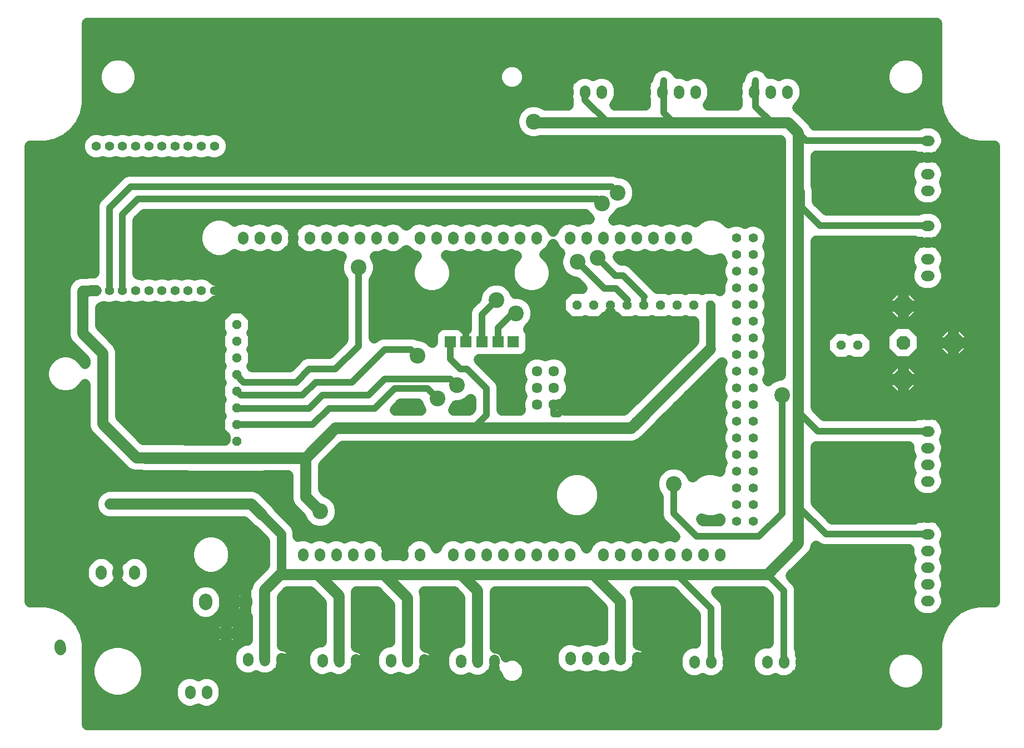
<source format=gbl>
G75*
%MOIN*%
%OFA0B0*%
%FSLAX25Y25*%
%IPPOS*%
%LPD*%
%AMOC8*
5,1,8,0,0,1.08239X$1,22.5*
%
%ADD10OC8,0.08250*%
%ADD11OC8,0.12700*%
%ADD12C,0.05550*%
%ADD13C,0.06400*%
%ADD14C,0.07874*%
%ADD15C,0.06800*%
%ADD16C,0.06337*%
%ADD17C,0.06337*%
%ADD18OC8,0.05550*%
%ADD19R,0.06600X0.06600*%
%ADD20OC8,0.05600*%
%ADD21C,0.06600*%
%ADD22C,0.09449*%
%ADD23C,0.04000*%
%ADD24C,0.05600*%
%ADD25C,0.07000*%
%ADD26R,0.03962X0.03962*%
%ADD27C,0.03200*%
D10*
X0667821Y0296157D03*
D11*
X0667821Y0318157D03*
X0697821Y0296157D03*
X0667821Y0274157D03*
D12*
X0577865Y0279088D03*
X0567865Y0279088D03*
X0567865Y0269088D03*
X0567865Y0259088D03*
X0577865Y0259088D03*
X0577865Y0269088D03*
X0577865Y0249088D03*
X0567865Y0249088D03*
X0567865Y0239088D03*
X0567865Y0229088D03*
X0577865Y0229088D03*
X0577865Y0239088D03*
X0577865Y0219088D03*
X0577865Y0209088D03*
X0567865Y0209088D03*
X0567865Y0219088D03*
X0567865Y0199088D03*
X0577865Y0199088D03*
X0577865Y0189088D03*
X0567865Y0189088D03*
X0567865Y0289088D03*
X0577865Y0289088D03*
X0577865Y0299088D03*
X0567865Y0299088D03*
X0567865Y0309088D03*
X0577865Y0309088D03*
X0577865Y0319088D03*
X0567865Y0319088D03*
X0567865Y0329088D03*
X0577865Y0329088D03*
X0577865Y0339088D03*
X0567865Y0339088D03*
X0567865Y0349088D03*
X0577865Y0349088D03*
X0577865Y0359088D03*
X0567865Y0359088D03*
X0254832Y0327413D03*
X0246958Y0327413D03*
X0239084Y0327413D03*
X0231210Y0327413D03*
X0223336Y0327413D03*
X0215462Y0327413D03*
X0207588Y0327413D03*
X0199714Y0327413D03*
X0191840Y0327413D03*
X0183966Y0327413D03*
X0183966Y0414027D03*
X0191840Y0414027D03*
X0199714Y0414027D03*
X0207588Y0414027D03*
X0215462Y0414027D03*
X0223336Y0414027D03*
X0231210Y0414027D03*
X0239084Y0414027D03*
X0246958Y0414027D03*
X0254832Y0414027D03*
D13*
X0467033Y0445712D02*
X0467033Y0447312D01*
X0477033Y0447312D02*
X0477033Y0445712D01*
X0487033Y0445712D02*
X0487033Y0447312D01*
X0513215Y0447312D02*
X0513215Y0445712D01*
X0523215Y0445712D02*
X0523215Y0447312D01*
X0533215Y0447312D02*
X0533215Y0445712D01*
X0543215Y0445712D02*
X0543215Y0447312D01*
X0568333Y0447312D02*
X0568333Y0445712D01*
X0578333Y0445712D02*
X0578333Y0447312D01*
X0588333Y0447312D02*
X0588333Y0445712D01*
X0598333Y0445712D02*
X0598333Y0447312D01*
X0681706Y0417457D02*
X0683306Y0417457D01*
X0683306Y0407457D02*
X0681706Y0407457D01*
X0681706Y0397457D02*
X0683306Y0397457D01*
X0683306Y0387457D02*
X0681706Y0387457D01*
X0681706Y0366276D02*
X0683306Y0366276D01*
X0683306Y0356276D02*
X0681706Y0356276D01*
X0681706Y0346276D02*
X0683306Y0346276D01*
X0683306Y0336276D02*
X0681706Y0336276D01*
X0681706Y0253165D02*
X0683306Y0253165D01*
X0683306Y0243165D02*
X0681706Y0243165D01*
X0681706Y0233165D02*
X0683306Y0233165D01*
X0683306Y0223165D02*
X0681706Y0223165D01*
X0681706Y0213165D02*
X0683306Y0213165D01*
X0683306Y0191236D02*
X0681706Y0191236D01*
X0681706Y0181236D02*
X0683306Y0181236D01*
X0683306Y0171236D02*
X0681706Y0171236D01*
X0681706Y0161236D02*
X0683306Y0161236D01*
X0683306Y0151236D02*
X0681706Y0151236D01*
X0681706Y0141236D02*
X0683306Y0141236D01*
X0606139Y0105529D02*
X0606139Y0103929D01*
X0596139Y0103929D02*
X0596139Y0105529D01*
X0586139Y0105529D02*
X0586139Y0103929D01*
X0562602Y0103929D02*
X0562602Y0105529D01*
X0552602Y0105529D02*
X0552602Y0103929D01*
X0542602Y0103929D02*
X0542602Y0105529D01*
X0508367Y0106101D02*
X0508367Y0107701D01*
X0498367Y0107701D02*
X0498367Y0106101D01*
X0488367Y0106101D02*
X0488367Y0107701D01*
X0478367Y0107701D02*
X0478367Y0106101D01*
X0468367Y0106101D02*
X0468367Y0107701D01*
X0422665Y0105929D02*
X0422665Y0104329D01*
X0412665Y0104329D02*
X0412665Y0105929D01*
X0402665Y0105929D02*
X0402665Y0104329D01*
X0380665Y0104729D02*
X0380665Y0106329D01*
X0370665Y0106329D02*
X0370665Y0104729D01*
X0360665Y0104729D02*
X0360665Y0106329D01*
X0339465Y0106329D02*
X0339465Y0104729D01*
X0329465Y0104729D02*
X0329465Y0106329D01*
X0319465Y0106329D02*
X0319465Y0104729D01*
X0295065Y0105529D02*
X0295065Y0107129D01*
X0285065Y0107129D02*
X0285065Y0105529D01*
X0275065Y0105529D02*
X0275065Y0107129D01*
X0250144Y0087312D02*
X0250144Y0085712D01*
X0240144Y0085712D02*
X0240144Y0087312D01*
D14*
X0260931Y0121759D02*
X0262900Y0121759D01*
X0273726Y0139672D02*
X0273726Y0141641D01*
X0249711Y0141641D02*
X0249711Y0139672D01*
D15*
X0207029Y0157243D02*
X0207029Y0158943D01*
X0197029Y0158943D02*
X0197029Y0157243D01*
X0187029Y0157243D02*
X0187029Y0158943D01*
D16*
X0307865Y0168296D02*
X0307865Y0169880D01*
X0317865Y0169880D02*
X0317865Y0168296D01*
X0327865Y0168296D02*
X0327865Y0169880D01*
X0337865Y0169880D02*
X0337865Y0168296D01*
X0347865Y0168296D02*
X0347865Y0169880D01*
X0357865Y0169880D02*
X0357865Y0168296D01*
X0367865Y0168296D02*
X0367865Y0169880D01*
X0377865Y0169880D02*
X0377865Y0168296D01*
X0397865Y0168296D02*
X0397865Y0169880D01*
X0407865Y0169880D02*
X0407865Y0168296D01*
X0417865Y0168296D02*
X0417865Y0169880D01*
X0427865Y0169880D02*
X0427865Y0168296D01*
X0437865Y0168296D02*
X0437865Y0169880D01*
X0447865Y0169880D02*
X0447865Y0168296D01*
X0457865Y0168296D02*
X0457865Y0169880D01*
X0467865Y0169880D02*
X0467865Y0168296D01*
X0487865Y0168296D02*
X0487865Y0169880D01*
X0497865Y0169880D02*
X0497865Y0168296D01*
X0507865Y0168296D02*
X0507865Y0169880D01*
X0517865Y0169880D02*
X0517865Y0168296D01*
X0527865Y0168296D02*
X0527865Y0169880D01*
X0537865Y0169880D02*
X0537865Y0168296D01*
X0547865Y0168296D02*
X0547865Y0169880D01*
X0557865Y0169880D02*
X0557865Y0168296D01*
X0537865Y0358296D02*
X0537865Y0359880D01*
X0527865Y0359880D02*
X0527865Y0358296D01*
X0517865Y0358296D02*
X0517865Y0359880D01*
X0507865Y0359880D02*
X0507865Y0358296D01*
X0497865Y0358296D02*
X0497865Y0359880D01*
X0487865Y0359880D02*
X0487865Y0358296D01*
X0477865Y0358296D02*
X0477865Y0359880D01*
X0467865Y0359880D02*
X0467865Y0358296D01*
X0447865Y0358296D02*
X0447865Y0359880D01*
X0437865Y0359880D02*
X0437865Y0358296D01*
X0427865Y0358296D02*
X0427865Y0359880D01*
X0417865Y0359880D02*
X0417865Y0358296D01*
X0407865Y0358296D02*
X0407865Y0359880D01*
X0397865Y0359880D02*
X0397865Y0358296D01*
X0387865Y0358296D02*
X0387865Y0359880D01*
X0377865Y0359880D02*
X0377865Y0358296D01*
X0361865Y0358296D02*
X0361865Y0359880D01*
X0351865Y0359880D02*
X0351865Y0358296D01*
X0341865Y0358296D02*
X0341865Y0359880D01*
X0331865Y0359880D02*
X0331865Y0358296D01*
X0321865Y0358296D02*
X0321865Y0359880D01*
X0311865Y0359880D02*
X0311865Y0358296D01*
X0301865Y0358296D02*
X0301865Y0359880D01*
X0291865Y0359880D02*
X0291865Y0358296D01*
X0281865Y0358296D02*
X0281865Y0359880D01*
X0271865Y0359880D02*
X0271865Y0358296D01*
D17*
X0448365Y0279088D03*
X0458365Y0279088D03*
X0458365Y0269088D03*
X0458365Y0259088D03*
X0448365Y0259088D03*
X0448365Y0269088D03*
D18*
X0472215Y0318710D03*
X0482215Y0318710D03*
X0492215Y0318710D03*
X0502215Y0318710D03*
X0512215Y0318710D03*
X0522215Y0318710D03*
X0532215Y0318710D03*
X0542215Y0318710D03*
X0552215Y0318710D03*
X0268136Y0307024D03*
X0268136Y0297024D03*
X0268136Y0287024D03*
X0268136Y0277024D03*
X0268136Y0267024D03*
X0268136Y0257024D03*
X0268136Y0247024D03*
X0268136Y0237024D03*
X0268136Y0227024D03*
D19*
X0396262Y0296606D03*
X0405711Y0296606D03*
X0415159Y0296606D03*
X0425002Y0296606D03*
X0434057Y0296606D03*
D20*
X0630695Y0294583D03*
X0640695Y0294583D03*
D21*
X0162228Y0114758D02*
X0162437Y0112098D01*
X0162437Y0112842D01*
X0162363Y0114167D01*
X0162228Y0114758D01*
X0162379Y0112836D02*
X0162437Y0112836D01*
X0178637Y0112836D02*
X0186306Y0112836D01*
X0186406Y0112936D02*
X0183185Y0109715D01*
X0180908Y0105770D01*
X0179729Y0101370D01*
X0179729Y0096815D01*
X0180908Y0092415D01*
X0183185Y0088470D01*
X0186406Y0085249D01*
X0190351Y0082972D01*
X0194751Y0081793D01*
X0199306Y0081793D01*
X0203706Y0082972D01*
X0207651Y0085249D01*
X0210872Y0088470D01*
X0213150Y0092415D01*
X0214329Y0096815D01*
X0214329Y0101370D01*
X0213150Y0105770D01*
X0210872Y0109715D01*
X0207651Y0112936D01*
X0203706Y0115214D01*
X0199306Y0116393D01*
X0194751Y0116393D01*
X0190351Y0115214D01*
X0186406Y0112936D01*
X0181177Y0106237D02*
X0178637Y0106237D01*
X0178637Y0099639D02*
X0179729Y0099639D01*
X0180740Y0093040D02*
X0178637Y0093040D01*
X0178637Y0086442D02*
X0185214Y0086442D01*
X0178637Y0079843D02*
X0231408Y0079843D01*
X0231742Y0079265D02*
X0233697Y0077310D01*
X0236091Y0075927D01*
X0238761Y0075212D01*
X0241526Y0075212D01*
X0244197Y0075927D01*
X0245144Y0076474D01*
X0246091Y0075927D01*
X0248761Y0075212D01*
X0251526Y0075212D01*
X0254197Y0075927D01*
X0256591Y0077310D01*
X0258546Y0079265D01*
X0259928Y0081659D01*
X0260644Y0084329D01*
X0260644Y0088694D01*
X0259928Y0091365D01*
X0258546Y0093759D01*
X0256591Y0095714D01*
X0254197Y0097096D01*
X0251526Y0097812D01*
X0248761Y0097812D01*
X0246091Y0097096D01*
X0245144Y0096549D01*
X0244197Y0097096D01*
X0241526Y0097812D01*
X0238761Y0097812D01*
X0236091Y0097096D01*
X0233697Y0095714D01*
X0231742Y0093759D01*
X0230359Y0091365D01*
X0229644Y0088694D01*
X0229644Y0084329D01*
X0230359Y0081659D01*
X0231742Y0079265D01*
X0229644Y0086442D02*
X0208843Y0086442D01*
X0213317Y0093040D02*
X0231327Y0093040D01*
X0214329Y0099639D02*
X0266342Y0099639D01*
X0266663Y0099082D02*
X0268618Y0097127D01*
X0271012Y0095745D01*
X0273683Y0095029D01*
X0276447Y0095029D01*
X0279118Y0095745D01*
X0280065Y0096292D01*
X0281012Y0095745D01*
X0283683Y0095029D01*
X0286447Y0095029D01*
X0289118Y0095745D01*
X0291512Y0097127D01*
X0292929Y0098544D01*
X0293638Y0098354D01*
X0294586Y0098229D01*
X0295065Y0098229D01*
X0295543Y0098229D01*
X0296492Y0098354D01*
X0297416Y0098602D01*
X0298301Y0098968D01*
X0299129Y0099446D01*
X0299889Y0100029D01*
X0300565Y0100706D01*
X0301148Y0101465D01*
X0301626Y0102293D01*
X0301992Y0103178D01*
X0302240Y0104102D01*
X0302365Y0105051D01*
X0302365Y0106329D01*
X0295665Y0106329D01*
X0295665Y0106329D01*
X0302365Y0106329D01*
X0302365Y0107608D01*
X0302240Y0108556D01*
X0301992Y0109481D01*
X0301626Y0110365D01*
X0301148Y0111193D01*
X0300565Y0111953D01*
X0299889Y0112629D01*
X0299129Y0113212D01*
X0298301Y0113690D01*
X0297416Y0114057D01*
X0296492Y0114304D01*
X0295665Y0114413D01*
X0295665Y0143499D01*
X0298747Y0146581D01*
X0312407Y0146581D01*
X0318865Y0140123D01*
X0318865Y0116829D01*
X0318083Y0116829D01*
X0315412Y0116114D01*
X0313018Y0114731D01*
X0311063Y0112776D01*
X0309681Y0110382D01*
X0308965Y0107711D01*
X0308965Y0103347D01*
X0309681Y0100676D01*
X0311063Y0098282D01*
X0313018Y0096327D01*
X0315412Y0094945D01*
X0318083Y0094229D01*
X0320847Y0094229D01*
X0323518Y0094945D01*
X0324465Y0095492D01*
X0325412Y0094945D01*
X0328083Y0094229D01*
X0330847Y0094229D01*
X0333518Y0094945D01*
X0335912Y0096327D01*
X0337329Y0097744D01*
X0338038Y0097554D01*
X0338986Y0097429D01*
X0339465Y0097429D01*
X0339943Y0097429D01*
X0340892Y0097554D01*
X0341816Y0097802D01*
X0342701Y0098168D01*
X0343529Y0098646D01*
X0344289Y0099229D01*
X0344965Y0099906D01*
X0345548Y0100665D01*
X0346026Y0101493D01*
X0346392Y0102378D01*
X0346640Y0103302D01*
X0346765Y0104251D01*
X0346765Y0105529D01*
X0340065Y0105529D01*
X0340065Y0105529D01*
X0346765Y0105529D01*
X0346765Y0106808D01*
X0346640Y0107756D01*
X0346392Y0108681D01*
X0346026Y0109565D01*
X0345548Y0110393D01*
X0344965Y0111153D01*
X0344289Y0111829D01*
X0343529Y0112412D01*
X0342701Y0112890D01*
X0341816Y0113257D01*
X0340892Y0113504D01*
X0340065Y0113613D01*
X0340065Y0145909D01*
X0339885Y0146581D01*
X0352170Y0146581D01*
X0360065Y0138686D01*
X0360065Y0116829D01*
X0359283Y0116829D01*
X0356612Y0116114D01*
X0354218Y0114731D01*
X0352263Y0112776D01*
X0350881Y0110382D01*
X0350165Y0107711D01*
X0350165Y0103347D01*
X0350881Y0100676D01*
X0352263Y0098282D01*
X0354218Y0096327D01*
X0356612Y0094945D01*
X0359283Y0094229D01*
X0362047Y0094229D01*
X0364718Y0094945D01*
X0365665Y0095492D01*
X0366612Y0094945D01*
X0369283Y0094229D01*
X0372047Y0094229D01*
X0374718Y0094945D01*
X0377112Y0096327D01*
X0378529Y0097744D01*
X0379238Y0097554D01*
X0380186Y0097429D01*
X0380665Y0097429D01*
X0381143Y0097429D01*
X0382092Y0097554D01*
X0383016Y0097802D01*
X0383901Y0098168D01*
X0384729Y0098646D01*
X0385489Y0099229D01*
X0386165Y0099906D01*
X0386748Y0100665D01*
X0387226Y0101493D01*
X0387592Y0102378D01*
X0387840Y0103302D01*
X0387965Y0104251D01*
X0387965Y0105529D01*
X0381265Y0105529D01*
X0381265Y0105529D01*
X0387965Y0105529D01*
X0387965Y0106808D01*
X0387840Y0107756D01*
X0387592Y0108681D01*
X0387226Y0109565D01*
X0386748Y0110393D01*
X0386165Y0111153D01*
X0385489Y0111829D01*
X0384729Y0112412D01*
X0383901Y0112890D01*
X0383016Y0113257D01*
X0382092Y0113504D01*
X0381265Y0113613D01*
X0381265Y0144473D01*
X0380700Y0146581D01*
X0398627Y0146581D01*
X0402065Y0143143D01*
X0402065Y0116429D01*
X0401283Y0116429D01*
X0398612Y0115714D01*
X0396218Y0114331D01*
X0394263Y0112376D01*
X0392881Y0109982D01*
X0392165Y0107311D01*
X0392165Y0102947D01*
X0392881Y0100276D01*
X0394263Y0097882D01*
X0396218Y0095927D01*
X0398612Y0094545D01*
X0401283Y0093829D01*
X0404047Y0093829D01*
X0406718Y0094545D01*
X0407665Y0095092D01*
X0408612Y0094545D01*
X0411283Y0093829D01*
X0414047Y0093829D01*
X0416718Y0094545D01*
X0419112Y0095927D01*
X0420529Y0097344D01*
X0421238Y0097154D01*
X0422186Y0097029D01*
X0422665Y0097029D01*
X0423143Y0097029D01*
X0424092Y0097154D01*
X0424182Y0097178D01*
X0425475Y0094057D01*
X0428082Y0091450D01*
X0431489Y0090039D01*
X0435176Y0090039D01*
X0438583Y0091450D01*
X0441190Y0094057D01*
X0442601Y0097463D01*
X0442601Y0101151D01*
X0441190Y0104557D01*
X0438583Y0107165D01*
X0435176Y0108576D01*
X0431489Y0108576D01*
X0429711Y0107839D01*
X0429592Y0108281D01*
X0429226Y0109165D01*
X0428748Y0109993D01*
X0428165Y0110753D01*
X0427489Y0111429D01*
X0426729Y0112012D01*
X0425901Y0112490D01*
X0425016Y0112857D01*
X0424092Y0113104D01*
X0423265Y0113213D01*
X0423265Y0146581D01*
X0477761Y0146581D01*
X0487596Y0136746D01*
X0487702Y0118201D01*
X0486985Y0118201D01*
X0484314Y0117485D01*
X0483367Y0116938D01*
X0482420Y0117485D01*
X0479750Y0118201D01*
X0476985Y0118201D01*
X0474314Y0117485D01*
X0473367Y0116938D01*
X0472420Y0117485D01*
X0469750Y0118201D01*
X0466985Y0118201D01*
X0464314Y0117485D01*
X0461920Y0116103D01*
X0459965Y0114148D01*
X0458583Y0111754D01*
X0457867Y0109083D01*
X0457867Y0104718D01*
X0458583Y0102048D01*
X0459965Y0099654D01*
X0461920Y0097699D01*
X0464314Y0096316D01*
X0466985Y0095601D01*
X0469750Y0095601D01*
X0472420Y0096316D01*
X0473367Y0096863D01*
X0474314Y0096316D01*
X0476985Y0095601D01*
X0479750Y0095601D01*
X0482420Y0096316D01*
X0483367Y0096863D01*
X0484314Y0096316D01*
X0486985Y0095601D01*
X0489750Y0095601D01*
X0492420Y0096316D01*
X0493367Y0096863D01*
X0494314Y0096316D01*
X0496985Y0095601D01*
X0499750Y0095601D01*
X0502420Y0096316D01*
X0504814Y0097699D01*
X0506231Y0099116D01*
X0506940Y0098926D01*
X0507889Y0098801D01*
X0508367Y0098801D01*
X0508367Y0102852D01*
X0508367Y0102853D01*
X0508367Y0098801D01*
X0508846Y0098801D01*
X0509795Y0098926D01*
X0510719Y0099173D01*
X0511603Y0099540D01*
X0512432Y0100018D01*
X0513191Y0100601D01*
X0513868Y0101277D01*
X0514450Y0102036D01*
X0514929Y0102865D01*
X0515295Y0103749D01*
X0515542Y0104674D01*
X0515667Y0105622D01*
X0515667Y0106901D01*
X0515667Y0108179D01*
X0515542Y0109128D01*
X0515295Y0110052D01*
X0514929Y0110936D01*
X0514450Y0111765D01*
X0513868Y0112524D01*
X0513191Y0113201D01*
X0512432Y0113784D01*
X0511603Y0114262D01*
X0510719Y0114628D01*
X0509795Y0114876D01*
X0508921Y0114991D01*
X0508770Y0141192D01*
X0508770Y0142558D01*
X0508762Y0142588D01*
X0508762Y0142619D01*
X0508401Y0143935D01*
X0508048Y0145254D01*
X0508033Y0145280D01*
X0508024Y0145310D01*
X0507335Y0146489D01*
X0507282Y0146581D01*
X0529599Y0146581D01*
X0543302Y0132879D01*
X0543302Y0116029D01*
X0541220Y0116029D01*
X0538549Y0115314D01*
X0536155Y0113931D01*
X0534200Y0111976D01*
X0532818Y0109582D01*
X0532102Y0106911D01*
X0532102Y0102547D01*
X0532818Y0099876D01*
X0534200Y0097482D01*
X0536155Y0095527D01*
X0538549Y0094145D01*
X0541220Y0093429D01*
X0543984Y0093429D01*
X0546655Y0094145D01*
X0547602Y0094692D01*
X0548549Y0094145D01*
X0551220Y0093429D01*
X0553984Y0093429D01*
X0556655Y0094145D01*
X0559049Y0095527D01*
X0560466Y0096944D01*
X0561175Y0096754D01*
X0562123Y0096629D01*
X0562602Y0096629D01*
X0563080Y0096629D01*
X0564029Y0096754D01*
X0564954Y0097002D01*
X0565838Y0097368D01*
X0566666Y0097846D01*
X0567426Y0098429D01*
X0568102Y0099106D01*
X0568685Y0099865D01*
X0569163Y0100693D01*
X0569529Y0101578D01*
X0569777Y0102502D01*
X0569902Y0103451D01*
X0569902Y0104729D01*
X0563102Y0104729D01*
X0563102Y0104729D01*
X0569902Y0104729D01*
X0569902Y0106008D01*
X0569777Y0106956D01*
X0569529Y0107881D01*
X0569163Y0108765D01*
X0568685Y0109593D01*
X0568102Y0110353D01*
X0567426Y0111029D01*
X0566666Y0111612D01*
X0565838Y0112090D01*
X0564954Y0112457D01*
X0564029Y0112704D01*
X0563080Y0112829D01*
X0562602Y0112829D01*
X0562602Y0108777D01*
X0562602Y0108778D01*
X0562602Y0112829D01*
X0562123Y0112829D01*
X0561902Y0112800D01*
X0561902Y0138581D01*
X0560486Y0141999D01*
X0555904Y0146581D01*
X0583930Y0146581D01*
X0586839Y0143672D01*
X0586839Y0116029D01*
X0584757Y0116029D01*
X0582086Y0115314D01*
X0579692Y0113931D01*
X0577737Y0111976D01*
X0576355Y0109582D01*
X0575639Y0106911D01*
X0575639Y0102547D01*
X0576355Y0099876D01*
X0577737Y0097482D01*
X0579692Y0095527D01*
X0582086Y0094145D01*
X0584757Y0093429D01*
X0587521Y0093429D01*
X0590192Y0094145D01*
X0591139Y0094692D01*
X0592086Y0094145D01*
X0594757Y0093429D01*
X0597521Y0093429D01*
X0600192Y0094145D01*
X0602586Y0095527D01*
X0604003Y0096944D01*
X0604712Y0096754D01*
X0605660Y0096629D01*
X0606139Y0096629D01*
X0606617Y0096629D01*
X0607566Y0096754D01*
X0608491Y0097002D01*
X0609375Y0097368D01*
X0610203Y0097846D01*
X0610963Y0098429D01*
X0611639Y0099106D01*
X0612222Y0099865D01*
X0612700Y0100693D01*
X0613066Y0101578D01*
X0613314Y0102502D01*
X0613439Y0103451D01*
X0613439Y0104729D01*
X0606639Y0104729D01*
X0606639Y0104729D01*
X0613439Y0104729D01*
X0613439Y0106008D01*
X0613314Y0106956D01*
X0613066Y0107881D01*
X0612700Y0108765D01*
X0612222Y0109593D01*
X0611639Y0110353D01*
X0610963Y0111029D01*
X0610203Y0111612D01*
X0609375Y0112090D01*
X0608491Y0112457D01*
X0607566Y0112704D01*
X0606617Y0112829D01*
X0606139Y0112829D01*
X0606139Y0108777D01*
X0606139Y0108778D01*
X0606139Y0112829D01*
X0605660Y0112829D01*
X0605439Y0112800D01*
X0605439Y0149374D01*
X0604023Y0152792D01*
X0601407Y0155409D01*
X0600554Y0156262D01*
X0611495Y0167203D01*
X0613468Y0169176D01*
X0614864Y0171594D01*
X0615521Y0174045D01*
X0616214Y0173352D01*
X0619632Y0171936D01*
X0671206Y0171936D01*
X0671206Y0169854D01*
X0671921Y0167183D01*
X0672468Y0166236D01*
X0671921Y0165289D01*
X0671206Y0162619D01*
X0671206Y0159854D01*
X0671921Y0157183D01*
X0672468Y0156236D01*
X0671921Y0155289D01*
X0671206Y0152619D01*
X0671206Y0149854D01*
X0671921Y0147183D01*
X0672468Y0146236D01*
X0671921Y0145289D01*
X0671206Y0142619D01*
X0671206Y0139854D01*
X0671921Y0137183D01*
X0673304Y0134789D01*
X0675259Y0132834D01*
X0677653Y0131452D01*
X0680324Y0130736D01*
X0684688Y0130736D01*
X0687359Y0131452D01*
X0689753Y0132834D01*
X0691708Y0134789D01*
X0693090Y0137183D01*
X0693806Y0139854D01*
X0693806Y0142619D01*
X0693090Y0145289D01*
X0692543Y0146236D01*
X0693090Y0147183D01*
X0693806Y0149854D01*
X0693806Y0152619D01*
X0693090Y0155289D01*
X0692543Y0156236D01*
X0693090Y0157183D01*
X0693806Y0159854D01*
X0693806Y0162619D01*
X0693090Y0165289D01*
X0692543Y0166236D01*
X0693090Y0167183D01*
X0693806Y0169854D01*
X0693806Y0172619D01*
X0693090Y0175289D01*
X0692543Y0176236D01*
X0693090Y0177183D01*
X0693806Y0179854D01*
X0693806Y0182619D01*
X0693090Y0185289D01*
X0691708Y0187683D01*
X0690291Y0189100D01*
X0690481Y0189809D01*
X0690606Y0190758D01*
X0690606Y0191236D01*
X0686555Y0191236D01*
X0686554Y0191236D01*
X0690606Y0191236D01*
X0690606Y0191715D01*
X0690481Y0192663D01*
X0690233Y0193588D01*
X0689867Y0194472D01*
X0689389Y0195301D01*
X0688806Y0196060D01*
X0688129Y0196736D01*
X0687370Y0197319D01*
X0686542Y0197797D01*
X0685657Y0198164D01*
X0684733Y0198411D01*
X0683784Y0198536D01*
X0682506Y0198536D01*
X0682506Y0191736D01*
X0682506Y0191736D01*
X0682506Y0198536D01*
X0681227Y0198536D01*
X0680279Y0198411D01*
X0679354Y0198164D01*
X0678470Y0197797D01*
X0677642Y0197319D01*
X0676882Y0196736D01*
X0676206Y0196060D01*
X0675623Y0195301D01*
X0675145Y0194472D01*
X0674778Y0193588D01*
X0674531Y0192663D01*
X0674406Y0191715D01*
X0674406Y0191236D01*
X0674406Y0190758D01*
X0674435Y0190536D01*
X0625334Y0190536D01*
X0615586Y0200284D01*
X0615586Y0233865D01*
X0671206Y0233865D01*
X0671206Y0231783D01*
X0671921Y0229112D01*
X0672468Y0228165D01*
X0671921Y0227218D01*
X0671206Y0224548D01*
X0671206Y0221783D01*
X0671921Y0219112D01*
X0672468Y0218165D01*
X0671921Y0217218D01*
X0671206Y0214548D01*
X0671206Y0211783D01*
X0671921Y0209112D01*
X0673304Y0206718D01*
X0675259Y0204763D01*
X0677653Y0203381D01*
X0680324Y0202665D01*
X0684688Y0202665D01*
X0687359Y0203381D01*
X0689753Y0204763D01*
X0691708Y0206718D01*
X0693090Y0209112D01*
X0693806Y0211783D01*
X0693806Y0214548D01*
X0693090Y0217218D01*
X0692543Y0218165D01*
X0693090Y0219112D01*
X0693806Y0221783D01*
X0693806Y0224548D01*
X0693090Y0227218D01*
X0692543Y0228165D01*
X0693090Y0229112D01*
X0693806Y0231783D01*
X0693806Y0234548D01*
X0693090Y0237218D01*
X0692543Y0238165D01*
X0693090Y0239112D01*
X0693806Y0241783D01*
X0693806Y0244548D01*
X0693090Y0247218D01*
X0691708Y0249612D01*
X0690291Y0251029D01*
X0690481Y0251738D01*
X0690606Y0252687D01*
X0690606Y0253165D01*
X0686555Y0253165D01*
X0686554Y0253165D01*
X0690606Y0253165D01*
X0690606Y0253644D01*
X0690481Y0254593D01*
X0690233Y0255517D01*
X0689867Y0256401D01*
X0689389Y0257230D01*
X0688806Y0257989D01*
X0688129Y0258666D01*
X0687370Y0259248D01*
X0686542Y0259727D01*
X0685657Y0260093D01*
X0684733Y0260340D01*
X0683784Y0260465D01*
X0682506Y0260465D01*
X0682506Y0253665D01*
X0682506Y0253665D01*
X0682506Y0260465D01*
X0681227Y0260465D01*
X0680279Y0260340D01*
X0679354Y0260093D01*
X0678470Y0259727D01*
X0677642Y0259248D01*
X0676882Y0258666D01*
X0676206Y0257989D01*
X0675623Y0257230D01*
X0675145Y0256401D01*
X0674778Y0255517D01*
X0674531Y0254593D01*
X0674406Y0253644D01*
X0674406Y0253165D01*
X0674406Y0252687D01*
X0674435Y0252465D01*
X0620492Y0252465D01*
X0615586Y0257371D01*
X0615586Y0357217D01*
X0616168Y0356976D01*
X0674435Y0356976D01*
X0674406Y0356754D01*
X0674406Y0356276D01*
X0678457Y0356276D01*
X0678458Y0356276D01*
X0678457Y0356276D01*
X0674406Y0356276D01*
X0674406Y0355797D01*
X0674531Y0354848D01*
X0674721Y0354140D01*
X0673304Y0352723D01*
X0671921Y0350328D01*
X0671206Y0347658D01*
X0671206Y0344893D01*
X0671921Y0342223D01*
X0672468Y0341276D01*
X0671921Y0340328D01*
X0671206Y0337658D01*
X0671206Y0334893D01*
X0671921Y0332223D01*
X0673304Y0329828D01*
X0675259Y0327873D01*
X0677653Y0326491D01*
X0680324Y0325776D01*
X0684688Y0325776D01*
X0687359Y0326491D01*
X0689753Y0327873D01*
X0691708Y0329828D01*
X0693090Y0332223D01*
X0693806Y0334893D01*
X0693806Y0337658D01*
X0693090Y0340328D01*
X0692543Y0341276D01*
X0693090Y0342223D01*
X0693806Y0344893D01*
X0693806Y0347658D01*
X0693090Y0350328D01*
X0691708Y0352723D01*
X0690291Y0354140D01*
X0690481Y0354848D01*
X0690606Y0355797D01*
X0690606Y0356276D01*
X0690606Y0356754D01*
X0690481Y0357703D01*
X0690291Y0358412D01*
X0691708Y0359828D01*
X0693090Y0362223D01*
X0693806Y0364893D01*
X0693806Y0367658D01*
X0693090Y0370328D01*
X0691708Y0372723D01*
X0689753Y0374678D01*
X0687359Y0376060D01*
X0684688Y0376776D01*
X0680324Y0376776D01*
X0677653Y0376060D01*
X0676814Y0375576D01*
X0621870Y0375576D01*
X0616255Y0381191D01*
X0616255Y0388559D01*
X0615586Y0390172D01*
X0615586Y0408157D01*
X0674435Y0408157D01*
X0674406Y0407935D01*
X0674406Y0407457D01*
X0678457Y0407457D01*
X0678458Y0407457D01*
X0678457Y0407457D01*
X0674406Y0407457D01*
X0674406Y0406978D01*
X0674531Y0406029D01*
X0674721Y0405321D01*
X0673304Y0403904D01*
X0671921Y0401510D01*
X0671206Y0398839D01*
X0671206Y0396074D01*
X0671921Y0393404D01*
X0672468Y0392457D01*
X0671921Y0391510D01*
X0671206Y0388839D01*
X0671206Y0386074D01*
X0671921Y0383404D01*
X0673304Y0381010D01*
X0675259Y0379055D01*
X0677653Y0377672D01*
X0680324Y0376957D01*
X0684688Y0376957D01*
X0687359Y0377672D01*
X0689753Y0379055D01*
X0691708Y0381010D01*
X0693090Y0383404D01*
X0693806Y0386074D01*
X0693806Y0388839D01*
X0693090Y0391510D01*
X0692543Y0392457D01*
X0693090Y0393404D01*
X0693806Y0396074D01*
X0693806Y0398839D01*
X0693090Y0401510D01*
X0691708Y0403904D01*
X0690291Y0405321D01*
X0690481Y0406029D01*
X0690606Y0406978D01*
X0690606Y0407457D01*
X0690606Y0407935D01*
X0690481Y0408884D01*
X0690291Y0409593D01*
X0691708Y0411010D01*
X0693090Y0413404D01*
X0693806Y0416074D01*
X0693806Y0418839D01*
X0693090Y0421510D01*
X0691708Y0423904D01*
X0689753Y0425859D01*
X0687359Y0427241D01*
X0684688Y0427957D01*
X0680324Y0427957D01*
X0677653Y0427241D01*
X0676814Y0426757D01*
X0614562Y0426757D01*
X0613468Y0428650D01*
X0611495Y0430624D01*
X0611495Y0430624D01*
X0605589Y0436529D01*
X0604509Y0437153D01*
X0604780Y0437310D01*
X0606735Y0439265D01*
X0608117Y0441659D01*
X0608833Y0444329D01*
X0608833Y0448694D01*
X0608117Y0451365D01*
X0606735Y0453759D01*
X0604780Y0455714D01*
X0602386Y0457096D01*
X0599715Y0457812D01*
X0596950Y0457812D01*
X0594280Y0457096D01*
X0593333Y0456549D01*
X0592386Y0457096D01*
X0589715Y0457812D01*
X0587633Y0457812D01*
X0587562Y0457909D01*
X0587280Y0458591D01*
X0586482Y0459389D01*
X0585816Y0460300D01*
X0585186Y0460685D01*
X0584664Y0461207D01*
X0583621Y0461639D01*
X0582658Y0462226D01*
X0581928Y0462340D01*
X0581246Y0462623D01*
X0580117Y0462623D01*
X0579002Y0462797D01*
X0578284Y0462623D01*
X0577546Y0462623D01*
X0576503Y0462191D01*
X0575406Y0461925D01*
X0574810Y0461490D01*
X0574128Y0461207D01*
X0573330Y0460409D01*
X0572418Y0459744D01*
X0572034Y0459113D01*
X0571512Y0458591D01*
X0571080Y0457548D01*
X0570492Y0456585D01*
X0570378Y0455855D01*
X0570096Y0455173D01*
X0570096Y0454397D01*
X0569760Y0454487D01*
X0568811Y0454612D01*
X0568333Y0454612D01*
X0568333Y0450560D01*
X0568333Y0454612D01*
X0567854Y0454612D01*
X0566905Y0454487D01*
X0565981Y0454239D01*
X0565097Y0453873D01*
X0564268Y0453395D01*
X0563509Y0452812D01*
X0562832Y0452135D01*
X0562250Y0451376D01*
X0561771Y0450547D01*
X0561405Y0449663D01*
X0561158Y0448739D01*
X0561033Y0447790D01*
X0561033Y0446512D01*
X0567833Y0446512D01*
X0567833Y0446512D01*
X0561033Y0446512D01*
X0561033Y0445233D01*
X0561158Y0444285D01*
X0561405Y0443360D01*
X0561771Y0442476D01*
X0562250Y0441647D01*
X0562832Y0440888D01*
X0563509Y0440212D01*
X0564268Y0439629D01*
X0565097Y0439151D01*
X0565981Y0438784D01*
X0566493Y0438647D01*
X0550999Y0438647D01*
X0551617Y0439265D01*
X0552999Y0441659D01*
X0553715Y0444329D01*
X0553715Y0448694D01*
X0552999Y0451365D01*
X0551617Y0453759D01*
X0549662Y0455714D01*
X0547267Y0457096D01*
X0544597Y0457812D01*
X0541832Y0457812D01*
X0539162Y0457096D01*
X0538215Y0456549D01*
X0537267Y0457096D01*
X0534597Y0457812D01*
X0532515Y0457812D01*
X0532444Y0457909D01*
X0532162Y0458591D01*
X0531364Y0459389D01*
X0530698Y0460300D01*
X0530068Y0460685D01*
X0529546Y0461207D01*
X0528503Y0461639D01*
X0527539Y0462226D01*
X0526810Y0462340D01*
X0526127Y0462623D01*
X0524999Y0462623D01*
X0523884Y0462797D01*
X0523166Y0462623D01*
X0522428Y0462623D01*
X0521385Y0462191D01*
X0520288Y0461925D01*
X0519692Y0461490D01*
X0519010Y0461207D01*
X0518212Y0460409D01*
X0517300Y0459744D01*
X0516916Y0459113D01*
X0516393Y0458591D01*
X0515962Y0457548D01*
X0515374Y0456585D01*
X0515260Y0455855D01*
X0514978Y0455173D01*
X0514978Y0454397D01*
X0514642Y0454487D01*
X0513693Y0454612D01*
X0513215Y0454612D01*
X0513215Y0450560D01*
X0513214Y0450560D02*
X0513214Y0454612D01*
X0512736Y0454612D01*
X0511787Y0454487D01*
X0510863Y0454239D01*
X0509979Y0453873D01*
X0509150Y0453395D01*
X0508391Y0452812D01*
X0507714Y0452135D01*
X0507132Y0451376D01*
X0506653Y0450547D01*
X0506287Y0449663D01*
X0506039Y0448739D01*
X0505915Y0447790D01*
X0505915Y0446512D01*
X0512715Y0446512D01*
X0512715Y0446512D01*
X0505915Y0446512D01*
X0505915Y0445233D01*
X0506039Y0444285D01*
X0506287Y0443360D01*
X0506653Y0442476D01*
X0507132Y0441647D01*
X0507714Y0440888D01*
X0508391Y0440212D01*
X0509150Y0439629D01*
X0509979Y0439151D01*
X0510863Y0438784D01*
X0511375Y0438647D01*
X0494818Y0438647D01*
X0495436Y0439265D01*
X0496818Y0441659D01*
X0497533Y0444329D01*
X0497533Y0448694D01*
X0496818Y0451365D01*
X0495436Y0453759D01*
X0493481Y0455714D01*
X0491086Y0457096D01*
X0488416Y0457812D01*
X0485651Y0457812D01*
X0482981Y0457096D01*
X0482033Y0456549D01*
X0481086Y0457096D01*
X0478416Y0457812D01*
X0475651Y0457812D01*
X0472981Y0457096D01*
X0470586Y0455714D01*
X0469169Y0454297D01*
X0468461Y0454487D01*
X0467512Y0454612D01*
X0467034Y0454612D01*
X0467034Y0450560D01*
X0467033Y0450560D02*
X0467033Y0454612D01*
X0466555Y0454612D01*
X0465606Y0454487D01*
X0464682Y0454239D01*
X0463798Y0453873D01*
X0462969Y0453395D01*
X0462210Y0452812D01*
X0461533Y0452135D01*
X0460951Y0451376D01*
X0460472Y0450547D01*
X0460106Y0449663D01*
X0459858Y0448739D01*
X0459733Y0447790D01*
X0459733Y0446512D01*
X0466533Y0446512D01*
X0466533Y0446512D01*
X0459733Y0446512D01*
X0459733Y0445233D01*
X0459858Y0444285D01*
X0460106Y0443360D01*
X0460472Y0442476D01*
X0460951Y0441647D01*
X0461533Y0440888D01*
X0462210Y0440212D01*
X0462969Y0439629D01*
X0463798Y0439151D01*
X0464682Y0438784D01*
X0465194Y0438647D01*
X0453378Y0438647D01*
X0450966Y0440040D01*
X0447908Y0440859D01*
X0444742Y0440859D01*
X0441684Y0440040D01*
X0438942Y0438457D01*
X0436703Y0436218D01*
X0435120Y0433476D01*
X0434300Y0430418D01*
X0434300Y0427252D01*
X0435120Y0424193D01*
X0436703Y0421451D01*
X0438942Y0419213D01*
X0441684Y0417630D01*
X0444742Y0416810D01*
X0447908Y0416810D01*
X0450285Y0417447D01*
X0594386Y0417447D01*
X0594386Y0276686D01*
X0593561Y0276686D01*
X0590502Y0275866D01*
X0587761Y0274283D01*
X0586961Y0273483D01*
X0586612Y0274088D01*
X0587253Y0275199D01*
X0587940Y0277762D01*
X0587940Y0280415D01*
X0587253Y0282977D01*
X0586612Y0284088D01*
X0587253Y0285199D01*
X0587940Y0287762D01*
X0587940Y0290415D01*
X0587253Y0292977D01*
X0586612Y0294088D01*
X0587253Y0295199D01*
X0587940Y0297762D01*
X0587940Y0300415D01*
X0587253Y0302977D01*
X0586612Y0304088D01*
X0587253Y0305199D01*
X0587940Y0307762D01*
X0587940Y0310415D01*
X0587253Y0312977D01*
X0586612Y0314088D01*
X0587253Y0315199D01*
X0587940Y0317762D01*
X0587940Y0320415D01*
X0587253Y0322977D01*
X0586612Y0324088D01*
X0587253Y0325199D01*
X0587940Y0327762D01*
X0587940Y0330415D01*
X0587253Y0332977D01*
X0586612Y0334088D01*
X0587253Y0335199D01*
X0587940Y0337762D01*
X0587940Y0340415D01*
X0587253Y0342977D01*
X0586612Y0344088D01*
X0587253Y0345199D01*
X0587940Y0347762D01*
X0587940Y0350415D01*
X0587253Y0352977D01*
X0586612Y0354088D01*
X0587253Y0355199D01*
X0587940Y0357762D01*
X0587940Y0360415D01*
X0587253Y0362977D01*
X0585927Y0365274D01*
X0584051Y0367150D01*
X0581754Y0368476D01*
X0579191Y0369163D01*
X0576539Y0369163D01*
X0573976Y0368476D01*
X0572865Y0367835D01*
X0571754Y0368476D01*
X0569191Y0369163D01*
X0566539Y0369163D01*
X0563976Y0368476D01*
X0563129Y0367987D01*
X0561185Y0369931D01*
X0558095Y0371715D01*
X0554649Y0372638D01*
X0551081Y0372638D01*
X0547635Y0371715D01*
X0544545Y0369931D01*
X0543392Y0368777D01*
X0541906Y0369635D01*
X0539243Y0370349D01*
X0536487Y0370349D01*
X0533824Y0369635D01*
X0532865Y0369082D01*
X0531906Y0369635D01*
X0529243Y0370349D01*
X0526487Y0370349D01*
X0523824Y0369635D01*
X0522865Y0369082D01*
X0521906Y0369635D01*
X0519243Y0370349D01*
X0516487Y0370349D01*
X0513824Y0369635D01*
X0512865Y0369082D01*
X0511906Y0369635D01*
X0509243Y0370349D01*
X0506487Y0370349D01*
X0503824Y0369635D01*
X0502865Y0369082D01*
X0501906Y0369635D01*
X0499243Y0370349D01*
X0496487Y0370349D01*
X0494192Y0369734D01*
X0494653Y0370000D01*
X0496892Y0372239D01*
X0497962Y0374094D01*
X0498302Y0374094D01*
X0501360Y0374913D01*
X0504102Y0376496D01*
X0506340Y0378735D01*
X0507923Y0381477D01*
X0508743Y0384535D01*
X0508743Y0387701D01*
X0507923Y0390759D01*
X0506340Y0393501D01*
X0504102Y0395740D01*
X0501360Y0397323D01*
X0498302Y0398143D01*
X0497280Y0398143D01*
X0494828Y0399158D01*
X0202743Y0399158D01*
X0199324Y0397742D01*
X0186572Y0384990D01*
X0183956Y0382374D01*
X0182540Y0378955D01*
X0182540Y0337975D01*
X0175696Y0337773D01*
X0174457Y0337773D01*
X0174304Y0337732D01*
X0174145Y0337727D01*
X0172958Y0337372D01*
X0171761Y0337051D01*
X0171623Y0336971D01*
X0171471Y0336926D01*
X0170417Y0336275D01*
X0169344Y0335655D01*
X0169232Y0335543D01*
X0169096Y0335460D01*
X0168246Y0334558D01*
X0167370Y0333682D01*
X0167291Y0333544D01*
X0167182Y0333429D01*
X0166594Y0332338D01*
X0165975Y0331265D01*
X0165934Y0331111D01*
X0165858Y0330972D01*
X0165573Y0329766D01*
X0165252Y0328569D01*
X0165252Y0328410D01*
X0165216Y0328256D01*
X0165252Y0327017D01*
X0165252Y0300471D01*
X0165975Y0297775D01*
X0167370Y0295358D01*
X0177260Y0285468D01*
X0177260Y0283699D01*
X0176183Y0285565D01*
X0173725Y0288024D01*
X0170713Y0289762D01*
X0167355Y0290662D01*
X0163878Y0290662D01*
X0160519Y0289762D01*
X0157508Y0288024D01*
X0155049Y0285565D01*
X0153311Y0282554D01*
X0152411Y0279195D01*
X0152411Y0275718D01*
X0153311Y0272360D01*
X0155049Y0269348D01*
X0157508Y0266890D01*
X0160519Y0265151D01*
X0163878Y0264251D01*
X0167355Y0264251D01*
X0170713Y0265151D01*
X0173725Y0266890D01*
X0176183Y0269348D01*
X0177260Y0271214D01*
X0177260Y0246140D01*
X0177983Y0243444D01*
X0179378Y0241027D01*
X0199724Y0220681D01*
X0201698Y0218707D01*
X0204115Y0217312D01*
X0206811Y0216589D01*
X0211078Y0216589D01*
X0211799Y0216394D01*
X0266724Y0216228D01*
X0266765Y0216217D01*
X0268145Y0216224D01*
X0269525Y0216219D01*
X0269566Y0216230D01*
X0299071Y0216370D01*
X0299071Y0205845D01*
X0298871Y0205099D01*
X0298871Y0202255D01*
X0299607Y0199509D01*
X0301029Y0197046D01*
X0306957Y0191117D01*
X0307167Y0190335D01*
X0308750Y0187593D01*
X0310989Y0185354D01*
X0313731Y0183771D01*
X0316789Y0182952D01*
X0319955Y0182952D01*
X0323013Y0183771D01*
X0325755Y0185354D01*
X0327994Y0187593D01*
X0329577Y0190335D01*
X0330396Y0193393D01*
X0330396Y0196559D01*
X0329577Y0199618D01*
X0327994Y0202360D01*
X0325755Y0204598D01*
X0323013Y0206181D01*
X0322231Y0206391D01*
X0320271Y0208351D01*
X0320271Y0222547D01*
X0331901Y0234176D01*
X0506056Y0234176D01*
X0508803Y0234912D01*
X0511266Y0236334D01*
X0521138Y0246207D01*
X0521506Y0246844D01*
X0559105Y0284111D01*
X0559118Y0284088D01*
X0558477Y0282977D01*
X0557790Y0280415D01*
X0557790Y0277762D01*
X0558477Y0275199D01*
X0559118Y0274088D01*
X0558477Y0272977D01*
X0557790Y0270415D01*
X0557790Y0267762D01*
X0558477Y0265199D01*
X0559118Y0264088D01*
X0558477Y0262977D01*
X0557790Y0260415D01*
X0557790Y0257762D01*
X0558477Y0255199D01*
X0559118Y0254088D01*
X0558477Y0252977D01*
X0557790Y0250415D01*
X0557790Y0247762D01*
X0558477Y0245199D01*
X0559118Y0244088D01*
X0558477Y0242977D01*
X0557790Y0240415D01*
X0557790Y0237762D01*
X0558477Y0235199D01*
X0559118Y0234088D01*
X0558477Y0232977D01*
X0557790Y0230415D01*
X0557790Y0227762D01*
X0558477Y0225199D01*
X0559118Y0224088D01*
X0558477Y0222977D01*
X0557790Y0220415D01*
X0557790Y0219056D01*
X0554229Y0220010D01*
X0550200Y0220010D01*
X0546309Y0218968D01*
X0542820Y0216953D01*
X0541522Y0215655D01*
X0541388Y0216153D01*
X0539805Y0218895D01*
X0537566Y0221134D01*
X0534824Y0222717D01*
X0531766Y0223536D01*
X0528600Y0223536D01*
X0525542Y0222717D01*
X0522800Y0221134D01*
X0520561Y0218895D01*
X0518978Y0216153D01*
X0518159Y0213095D01*
X0518159Y0209929D01*
X0518978Y0206871D01*
X0520561Y0204129D01*
X0520883Y0203807D01*
X0520883Y0191945D01*
X0522299Y0188527D01*
X0530929Y0179897D01*
X0529243Y0180349D01*
X0526487Y0180349D01*
X0523824Y0179635D01*
X0522865Y0179082D01*
X0521906Y0179635D01*
X0519243Y0180349D01*
X0516487Y0180349D01*
X0513824Y0179635D01*
X0512865Y0179082D01*
X0511906Y0179635D01*
X0509243Y0180349D01*
X0506487Y0180349D01*
X0503824Y0179635D01*
X0502865Y0179082D01*
X0501906Y0179635D01*
X0499243Y0180349D01*
X0496487Y0180349D01*
X0493824Y0179635D01*
X0492865Y0179082D01*
X0491906Y0179635D01*
X0489243Y0180349D01*
X0486487Y0180349D01*
X0483824Y0179635D01*
X0481437Y0178257D01*
X0479488Y0176308D01*
X0478110Y0173921D01*
X0477865Y0173007D01*
X0477620Y0173921D01*
X0476242Y0176308D01*
X0474293Y0178257D01*
X0471906Y0179635D01*
X0469243Y0180349D01*
X0466487Y0180349D01*
X0463824Y0179635D01*
X0462865Y0179082D01*
X0461906Y0179635D01*
X0459243Y0180349D01*
X0456487Y0180349D01*
X0453824Y0179635D01*
X0452865Y0179082D01*
X0451906Y0179635D01*
X0449243Y0180349D01*
X0446487Y0180349D01*
X0443824Y0179635D01*
X0442865Y0179082D01*
X0441906Y0179635D01*
X0439243Y0180349D01*
X0436487Y0180349D01*
X0433824Y0179635D01*
X0432865Y0179082D01*
X0431906Y0179635D01*
X0429243Y0180349D01*
X0426487Y0180349D01*
X0423824Y0179635D01*
X0422865Y0179082D01*
X0421906Y0179635D01*
X0419243Y0180349D01*
X0416487Y0180349D01*
X0413824Y0179635D01*
X0412865Y0179082D01*
X0411906Y0179635D01*
X0409243Y0180349D01*
X0406487Y0180349D01*
X0403824Y0179635D01*
X0402865Y0179082D01*
X0401906Y0179635D01*
X0399243Y0180349D01*
X0396487Y0180349D01*
X0393824Y0179635D01*
X0391437Y0178257D01*
X0389488Y0176308D01*
X0388110Y0173921D01*
X0387865Y0173007D01*
X0387620Y0173921D01*
X0386242Y0176308D01*
X0384293Y0178257D01*
X0381906Y0179635D01*
X0379243Y0180349D01*
X0376487Y0180349D01*
X0373824Y0179635D01*
X0371437Y0178257D01*
X0370010Y0176830D01*
X0369286Y0177024D01*
X0368341Y0177149D01*
X0367865Y0177149D01*
X0367865Y0173007D01*
X0367865Y0173007D01*
X0367865Y0177149D01*
X0367389Y0177149D01*
X0366444Y0177024D01*
X0365524Y0176778D01*
X0364643Y0176413D01*
X0363818Y0175937D01*
X0363062Y0175357D01*
X0362865Y0175160D01*
X0362668Y0175357D01*
X0361912Y0175937D01*
X0361087Y0176413D01*
X0360206Y0176778D01*
X0359286Y0177024D01*
X0358341Y0177149D01*
X0357865Y0177149D01*
X0357865Y0173007D01*
X0357865Y0177149D01*
X0357389Y0177149D01*
X0356444Y0177024D01*
X0355720Y0176830D01*
X0354293Y0178257D01*
X0351906Y0179635D01*
X0349243Y0180349D01*
X0346487Y0180349D01*
X0343824Y0179635D01*
X0342865Y0179082D01*
X0341906Y0179635D01*
X0339243Y0180349D01*
X0336487Y0180349D01*
X0333824Y0179635D01*
X0332865Y0179082D01*
X0331906Y0179635D01*
X0329243Y0180349D01*
X0326487Y0180349D01*
X0323824Y0179635D01*
X0322865Y0179082D01*
X0321906Y0179635D01*
X0319243Y0180349D01*
X0316487Y0180349D01*
X0313824Y0179635D01*
X0312865Y0179082D01*
X0311906Y0179635D01*
X0309243Y0180349D01*
X0306487Y0180349D01*
X0305047Y0179963D01*
X0305047Y0182723D01*
X0304359Y0185292D01*
X0303029Y0187595D01*
X0301148Y0189476D01*
X0292978Y0197647D01*
X0292012Y0199320D01*
X0283542Y0207789D01*
X0281125Y0209185D01*
X0278429Y0209907D01*
X0190992Y0209907D01*
X0188296Y0209185D01*
X0185879Y0207789D01*
X0183906Y0205816D01*
X0182510Y0203399D01*
X0181788Y0200703D01*
X0181788Y0197912D01*
X0182510Y0195216D01*
X0183906Y0192799D01*
X0185879Y0190825D01*
X0188296Y0189429D01*
X0190992Y0188707D01*
X0272643Y0188707D01*
X0277021Y0184329D01*
X0278694Y0183363D01*
X0284847Y0177210D01*
X0284847Y0162662D01*
X0276583Y0154398D01*
X0275187Y0151981D01*
X0274559Y0149638D01*
X0274253Y0149678D01*
X0273726Y0149678D01*
X0273200Y0149678D01*
X0272155Y0149540D01*
X0271137Y0149268D01*
X0270164Y0148865D01*
X0269252Y0148338D01*
X0268416Y0147696D01*
X0267671Y0146951D01*
X0267030Y0146116D01*
X0266503Y0145203D01*
X0266100Y0144230D01*
X0265827Y0143212D01*
X0265689Y0142168D01*
X0265689Y0140657D01*
X0273726Y0140657D01*
X0273726Y0140657D01*
X0273726Y0149678D01*
X0273726Y0140657D01*
X0273726Y0140657D01*
X0265689Y0140657D01*
X0265689Y0139146D01*
X0265827Y0138101D01*
X0266100Y0137083D01*
X0266503Y0136110D01*
X0267030Y0135198D01*
X0267671Y0134362D01*
X0268416Y0133617D01*
X0269252Y0132976D01*
X0270164Y0132449D01*
X0271137Y0132046D01*
X0272155Y0131773D01*
X0273200Y0131635D01*
X0273726Y0131635D01*
X0273726Y0140657D01*
X0273726Y0140657D01*
X0273726Y0131635D01*
X0274253Y0131635D01*
X0274465Y0131663D01*
X0274465Y0117629D01*
X0273683Y0117629D01*
X0271012Y0116914D01*
X0268618Y0115531D01*
X0266663Y0113576D01*
X0265281Y0111182D01*
X0264565Y0108511D01*
X0264565Y0104147D01*
X0265281Y0101476D01*
X0266663Y0099082D01*
X0264565Y0106237D02*
X0212880Y0106237D01*
X0207752Y0112836D02*
X0266235Y0112836D01*
X0265489Y0114132D02*
X0266462Y0114535D01*
X0267374Y0115062D01*
X0268210Y0115704D01*
X0268955Y0116449D01*
X0269596Y0117284D01*
X0270123Y0118197D01*
X0270526Y0119170D01*
X0270799Y0120188D01*
X0270937Y0121232D01*
X0270937Y0121759D01*
X0270937Y0122286D01*
X0270799Y0123330D01*
X0270526Y0124348D01*
X0270123Y0125321D01*
X0269596Y0126234D01*
X0268955Y0127070D01*
X0268210Y0127815D01*
X0267374Y0128456D01*
X0266462Y0128983D01*
X0265489Y0129386D01*
X0264471Y0129659D01*
X0263426Y0129796D01*
X0261915Y0129796D01*
X0260404Y0129796D01*
X0259360Y0129659D01*
X0258342Y0129386D01*
X0257369Y0128983D01*
X0256456Y0128456D01*
X0255621Y0127815D01*
X0254876Y0127070D01*
X0254234Y0126234D01*
X0253707Y0125321D01*
X0253304Y0124348D01*
X0253032Y0123330D01*
X0252894Y0122286D01*
X0252894Y0121759D01*
X0252894Y0121232D01*
X0253032Y0120188D01*
X0253304Y0119170D01*
X0253707Y0118197D01*
X0254234Y0117284D01*
X0254876Y0116449D01*
X0255621Y0115704D01*
X0256456Y0115062D01*
X0257369Y0114535D01*
X0258342Y0114132D01*
X0259360Y0113860D01*
X0260404Y0113722D01*
X0261915Y0113722D01*
X0261915Y0121759D01*
X0252894Y0121759D01*
X0261915Y0121759D01*
X0261915Y0121759D01*
X0261915Y0121759D01*
X0261915Y0129796D01*
X0261915Y0121759D01*
X0261915Y0121759D01*
X0261915Y0113722D01*
X0263426Y0113722D01*
X0264471Y0113860D01*
X0265489Y0114132D01*
X0261915Y0119434D02*
X0261915Y0119434D01*
X0261915Y0121759D02*
X0261915Y0121759D01*
X0270937Y0121759D01*
X0261915Y0121759D01*
X0261915Y0126033D02*
X0261915Y0126033D01*
X0256610Y0130681D02*
X0258702Y0132773D01*
X0260182Y0135335D01*
X0260948Y0138193D01*
X0260948Y0143120D01*
X0260182Y0145978D01*
X0258702Y0148541D01*
X0256610Y0150633D01*
X0254048Y0152112D01*
X0251190Y0152878D01*
X0248231Y0152878D01*
X0245373Y0152112D01*
X0242811Y0150633D01*
X0240719Y0148541D01*
X0239239Y0145978D01*
X0238474Y0143120D01*
X0238474Y0138193D01*
X0239239Y0135335D01*
X0240719Y0132773D01*
X0242811Y0130681D01*
X0245373Y0129201D01*
X0248231Y0128435D01*
X0251190Y0128435D01*
X0254048Y0129201D01*
X0256610Y0130681D01*
X0258561Y0132631D02*
X0269848Y0132631D01*
X0273726Y0132631D02*
X0273726Y0132631D01*
X0273726Y0139230D02*
X0273726Y0139230D01*
X0273726Y0145828D02*
X0273726Y0145828D01*
X0275445Y0152427D02*
X0252874Y0152427D01*
X0254649Y0155538D02*
X0251081Y0155538D01*
X0247635Y0156462D01*
X0244545Y0158245D01*
X0242022Y0160768D01*
X0240238Y0163858D01*
X0239315Y0167304D01*
X0239315Y0170872D01*
X0240238Y0174318D01*
X0242022Y0177408D01*
X0244545Y0179931D01*
X0247635Y0181715D01*
X0251081Y0182638D01*
X0254649Y0182638D01*
X0258095Y0181715D01*
X0261185Y0179931D01*
X0263708Y0177408D01*
X0265492Y0174318D01*
X0266415Y0170872D01*
X0266415Y0167304D01*
X0265492Y0163858D01*
X0263708Y0160768D01*
X0261185Y0158245D01*
X0258095Y0156462D01*
X0254649Y0155538D01*
X0261965Y0159025D02*
X0281210Y0159025D01*
X0285065Y0147890D02*
X0293766Y0156591D01*
X0294356Y0157181D01*
X0316797Y0157181D01*
X0329465Y0144513D01*
X0329465Y0105529D01*
X0339465Y0101481D02*
X0339465Y0097429D01*
X0339465Y0101481D01*
X0339465Y0101481D01*
X0339465Y0099639D02*
X0339465Y0099639D01*
X0344698Y0099639D02*
X0351480Y0099639D01*
X0350165Y0106237D02*
X0346765Y0106237D01*
X0342795Y0112836D02*
X0352322Y0112836D01*
X0360065Y0119434D02*
X0340065Y0119434D01*
X0340065Y0126033D02*
X0360065Y0126033D01*
X0360065Y0132631D02*
X0340065Y0132631D01*
X0340065Y0139230D02*
X0359522Y0139230D01*
X0352923Y0145828D02*
X0340065Y0145828D01*
X0356561Y0157181D02*
X0370665Y0143077D01*
X0370665Y0105529D01*
X0380665Y0101481D02*
X0380665Y0097429D01*
X0380665Y0101481D01*
X0380665Y0101481D01*
X0380665Y0099639D02*
X0380665Y0099639D01*
X0385898Y0099639D02*
X0393249Y0099639D01*
X0392165Y0106237D02*
X0387965Y0106237D01*
X0383995Y0112836D02*
X0394722Y0112836D01*
X0402065Y0119434D02*
X0381265Y0119434D01*
X0381265Y0126033D02*
X0402065Y0126033D01*
X0402065Y0132631D02*
X0381265Y0132631D01*
X0381265Y0139230D02*
X0402065Y0139230D01*
X0399380Y0145828D02*
X0380902Y0145828D01*
X0403018Y0157181D02*
X0412665Y0147534D01*
X0412665Y0105129D01*
X0422665Y0101081D02*
X0422665Y0097029D01*
X0422665Y0101081D01*
X0422665Y0101081D01*
X0422665Y0099639D02*
X0422665Y0099639D01*
X0426492Y0093040D02*
X0258961Y0093040D01*
X0260644Y0086442D02*
X0666546Y0086442D01*
X0667815Y0086102D02*
X0671292Y0086102D01*
X0674650Y0087002D01*
X0677662Y0088740D01*
X0680120Y0091199D01*
X0681859Y0094210D01*
X0682759Y0097569D01*
X0682759Y0101046D01*
X0681859Y0104404D01*
X0680120Y0107415D01*
X0677662Y0109874D01*
X0674650Y0111613D01*
X0671292Y0112513D01*
X0667815Y0112513D01*
X0664456Y0111613D01*
X0661445Y0109874D01*
X0658986Y0107415D01*
X0657248Y0104404D01*
X0656348Y0101046D01*
X0656348Y0097569D01*
X0657248Y0094210D01*
X0658986Y0091199D01*
X0661445Y0088740D01*
X0664456Y0087002D01*
X0667815Y0086102D01*
X0672560Y0086442D02*
X0688028Y0086442D01*
X0688028Y0093040D02*
X0681183Y0093040D01*
X0682759Y0099639D02*
X0688028Y0099639D01*
X0688028Y0106237D02*
X0680801Y0106237D01*
X0688028Y0112836D02*
X0605439Y0112836D01*
X0605439Y0119434D02*
X0688812Y0119434D01*
X0689433Y0122158D02*
X0688028Y0116000D01*
X0688028Y0067053D01*
X0178637Y0067053D01*
X0178637Y0116000D01*
X0177232Y0122158D01*
X0174491Y0127849D01*
X0170553Y0132787D01*
X0170553Y0132787D01*
X0165615Y0136726D01*
X0159924Y0139466D01*
X0153766Y0140872D01*
X0144189Y0140872D01*
X0144189Y0414042D01*
X0153766Y0414042D01*
X0159924Y0415447D01*
X0165615Y0418188D01*
X0170553Y0422126D01*
X0170553Y0422126D01*
X0174491Y0427064D01*
X0177232Y0432755D01*
X0177232Y0432755D01*
X0178637Y0438913D01*
X0178637Y0443682D01*
X0178637Y0487861D01*
X0688028Y0487861D01*
X0688028Y0438913D01*
X0689433Y0432755D01*
X0692174Y0427064D01*
X0696112Y0422126D01*
X0696112Y0422126D01*
X0696112Y0422126D01*
X0701051Y0418188D01*
X0706741Y0415447D01*
X0706741Y0415447D01*
X0712899Y0414042D01*
X0722477Y0414042D01*
X0722477Y0140872D01*
X0712899Y0140872D01*
X0706741Y0139466D01*
X0701051Y0136726D01*
X0701051Y0136726D01*
X0696112Y0132787D01*
X0692174Y0127849D01*
X0689433Y0122158D01*
X0689433Y0122158D01*
X0691299Y0126033D02*
X0605439Y0126033D01*
X0605439Y0132631D02*
X0675610Y0132631D01*
X0671373Y0139230D02*
X0605439Y0139230D01*
X0605439Y0145828D02*
X0672233Y0145828D01*
X0671206Y0152427D02*
X0604175Y0152427D01*
X0603317Y0159025D02*
X0671428Y0159025D01*
X0672115Y0165624D02*
X0609916Y0165624D01*
X0615032Y0172222D02*
X0618942Y0172222D01*
X0604986Y0175685D02*
X0604986Y0197732D01*
X0604986Y0254819D01*
X0604986Y0422142D01*
X0599081Y0428047D01*
X0589238Y0428047D01*
X0530183Y0428047D01*
X0492781Y0428047D01*
X0447112Y0428047D01*
X0446325Y0428835D01*
X0435829Y0422966D02*
X0259499Y0422966D01*
X0258721Y0423415D02*
X0256158Y0424102D01*
X0253506Y0424102D01*
X0250943Y0423415D01*
X0250895Y0423387D01*
X0250847Y0423415D01*
X0248284Y0424102D01*
X0245631Y0424102D01*
X0243069Y0423415D01*
X0243021Y0423387D01*
X0242973Y0423415D01*
X0240410Y0424102D01*
X0237757Y0424102D01*
X0235195Y0423415D01*
X0235147Y0423387D01*
X0235099Y0423415D01*
X0232536Y0424102D01*
X0229883Y0424102D01*
X0227321Y0423415D01*
X0227273Y0423387D01*
X0227225Y0423415D01*
X0224662Y0424102D01*
X0222009Y0424102D01*
X0219447Y0423415D01*
X0219399Y0423387D01*
X0219351Y0423415D01*
X0216788Y0424102D01*
X0214135Y0424102D01*
X0211573Y0423415D01*
X0211525Y0423387D01*
X0211477Y0423415D01*
X0208914Y0424102D01*
X0206261Y0424102D01*
X0203699Y0423415D01*
X0203651Y0423387D01*
X0203602Y0423415D01*
X0201040Y0424102D01*
X0198387Y0424102D01*
X0195825Y0423415D01*
X0195777Y0423387D01*
X0195728Y0423415D01*
X0193166Y0424102D01*
X0190513Y0424102D01*
X0187951Y0423415D01*
X0187903Y0423387D01*
X0187854Y0423415D01*
X0185292Y0424102D01*
X0182639Y0424102D01*
X0180077Y0423415D01*
X0177780Y0422089D01*
X0175904Y0420213D01*
X0174578Y0417915D01*
X0173891Y0415353D01*
X0173891Y0412700D01*
X0174578Y0410138D01*
X0175904Y0407841D01*
X0177780Y0405965D01*
X0180077Y0404639D01*
X0182639Y0403952D01*
X0185292Y0403952D01*
X0187854Y0404639D01*
X0187903Y0404666D01*
X0187951Y0404639D01*
X0190513Y0403952D01*
X0193166Y0403952D01*
X0195728Y0404639D01*
X0195777Y0404666D01*
X0195825Y0404639D01*
X0198387Y0403952D01*
X0201040Y0403952D01*
X0203602Y0404639D01*
X0203651Y0404666D01*
X0203699Y0404639D01*
X0206261Y0403952D01*
X0208914Y0403952D01*
X0211477Y0404639D01*
X0211525Y0404666D01*
X0211573Y0404639D01*
X0214135Y0403952D01*
X0216788Y0403952D01*
X0219351Y0404639D01*
X0219399Y0404666D01*
X0219447Y0404639D01*
X0222009Y0403952D01*
X0224662Y0403952D01*
X0227225Y0404639D01*
X0227273Y0404666D01*
X0227321Y0404639D01*
X0229883Y0403952D01*
X0232536Y0403952D01*
X0235099Y0404639D01*
X0235147Y0404666D01*
X0235195Y0404639D01*
X0237757Y0403952D01*
X0240410Y0403952D01*
X0242973Y0404639D01*
X0243021Y0404666D01*
X0243069Y0404639D01*
X0245631Y0403952D01*
X0248284Y0403952D01*
X0250847Y0404639D01*
X0250895Y0404666D01*
X0250943Y0404639D01*
X0253506Y0403952D01*
X0256158Y0403952D01*
X0258721Y0404639D01*
X0261018Y0405965D01*
X0262894Y0407841D01*
X0264220Y0410138D01*
X0264907Y0412700D01*
X0264907Y0415353D01*
X0264220Y0417915D01*
X0262894Y0420213D01*
X0261018Y0422089D01*
X0258721Y0423415D01*
X0264635Y0416367D02*
X0594386Y0416367D01*
X0594386Y0409769D02*
X0264007Y0409769D01*
X0259649Y0372638D02*
X0256081Y0372638D01*
X0252635Y0371715D01*
X0249545Y0369931D01*
X0247022Y0367408D01*
X0245238Y0364318D01*
X0244315Y0360872D01*
X0244315Y0357304D01*
X0245238Y0353858D01*
X0247022Y0350768D01*
X0249545Y0348245D01*
X0252635Y0346462D01*
X0256081Y0345538D01*
X0259649Y0345538D01*
X0263095Y0346462D01*
X0266185Y0348245D01*
X0266972Y0349033D01*
X0267824Y0348541D01*
X0270487Y0347828D01*
X0273243Y0347828D01*
X0275906Y0348541D01*
X0276865Y0349095D01*
X0277824Y0348541D01*
X0280487Y0347828D01*
X0283243Y0347828D01*
X0285906Y0348541D01*
X0286865Y0349095D01*
X0287824Y0348541D01*
X0290487Y0347828D01*
X0293243Y0347828D01*
X0295906Y0348541D01*
X0298293Y0349919D01*
X0299720Y0351346D01*
X0300444Y0351152D01*
X0301389Y0351028D01*
X0301865Y0351028D01*
X0302341Y0351028D01*
X0303286Y0351152D01*
X0304010Y0351346D01*
X0305437Y0349919D01*
X0307824Y0348541D01*
X0310487Y0347828D01*
X0313243Y0347828D01*
X0315906Y0348541D01*
X0316865Y0349095D01*
X0317824Y0348541D01*
X0320487Y0347828D01*
X0323243Y0347828D01*
X0325906Y0348541D01*
X0326865Y0349095D01*
X0327824Y0348541D01*
X0330487Y0347828D01*
X0331014Y0347828D01*
X0330002Y0346074D01*
X0329182Y0343016D01*
X0329182Y0339850D01*
X0330002Y0336792D01*
X0331585Y0334050D01*
X0331907Y0333728D01*
X0331907Y0298041D01*
X0323575Y0289709D01*
X0309829Y0289709D01*
X0306411Y0288294D01*
X0303795Y0285677D01*
X0299953Y0281835D01*
X0277572Y0281835D01*
X0277384Y0282024D01*
X0278211Y0282851D01*
X0278211Y0291197D01*
X0277384Y0292024D01*
X0278211Y0292851D01*
X0278211Y0301197D01*
X0277384Y0302024D01*
X0278211Y0302851D01*
X0278211Y0311197D01*
X0272309Y0317098D01*
X0263963Y0317098D01*
X0258061Y0311197D01*
X0258061Y0302851D01*
X0258888Y0302024D01*
X0258061Y0301197D01*
X0258061Y0292851D01*
X0258888Y0292024D01*
X0258061Y0291197D01*
X0258061Y0282851D01*
X0258888Y0282024D01*
X0258061Y0281197D01*
X0258061Y0272851D01*
X0258888Y0272024D01*
X0258061Y0271197D01*
X0258061Y0262851D01*
X0258888Y0262024D01*
X0258061Y0261197D01*
X0258061Y0252851D01*
X0258888Y0252024D01*
X0258061Y0251197D01*
X0258061Y0242851D01*
X0261261Y0239651D01*
X0261261Y0237844D01*
X0212394Y0237992D01*
X0198460Y0251926D01*
X0198460Y0291254D01*
X0197738Y0293950D01*
X0196342Y0296367D01*
X0194369Y0298340D01*
X0186452Y0306257D01*
X0186452Y0317092D01*
X0188347Y0317660D01*
X0188639Y0317840D01*
X0190513Y0317338D01*
X0193166Y0317338D01*
X0195728Y0318024D01*
X0195777Y0318052D01*
X0195825Y0318024D01*
X0198387Y0317338D01*
X0201040Y0317338D01*
X0203602Y0318024D01*
X0203651Y0318052D01*
X0203699Y0318024D01*
X0206261Y0317338D01*
X0208914Y0317338D01*
X0211477Y0318024D01*
X0211525Y0318052D01*
X0211573Y0318024D01*
X0214135Y0317338D01*
X0216788Y0317338D01*
X0219351Y0318024D01*
X0219399Y0318052D01*
X0219447Y0318024D01*
X0222009Y0317338D01*
X0224662Y0317338D01*
X0227225Y0318024D01*
X0227273Y0318052D01*
X0227321Y0318024D01*
X0229883Y0317338D01*
X0232536Y0317338D01*
X0235099Y0318024D01*
X0235147Y0318052D01*
X0235195Y0318024D01*
X0237757Y0317338D01*
X0240410Y0317338D01*
X0242973Y0318024D01*
X0243021Y0318052D01*
X0243069Y0318024D01*
X0245631Y0317338D01*
X0248284Y0317338D01*
X0250847Y0318024D01*
X0253144Y0319351D01*
X0254337Y0320544D01*
X0254381Y0320538D01*
X0254832Y0320538D01*
X0255282Y0320538D01*
X0256176Y0320655D01*
X0257046Y0320889D01*
X0257879Y0321234D01*
X0258660Y0321684D01*
X0259374Y0322233D01*
X0260012Y0322870D01*
X0260560Y0323585D01*
X0261011Y0324365D01*
X0261356Y0325198D01*
X0261589Y0326069D01*
X0261707Y0326962D01*
X0261707Y0327413D01*
X0261707Y0327863D01*
X0261589Y0328757D01*
X0261356Y0329627D01*
X0261011Y0330460D01*
X0260560Y0331240D01*
X0260012Y0331955D01*
X0259374Y0332592D01*
X0258660Y0333141D01*
X0257879Y0333592D01*
X0257046Y0333937D01*
X0256176Y0334170D01*
X0255282Y0334287D01*
X0254832Y0334287D01*
X0254832Y0333786D01*
X0254832Y0333787D01*
X0254832Y0334287D01*
X0254381Y0334287D01*
X0254337Y0334282D01*
X0253144Y0335474D01*
X0250847Y0336801D01*
X0248284Y0337487D01*
X0245631Y0337487D01*
X0243069Y0336801D01*
X0243021Y0336773D01*
X0242973Y0336801D01*
X0240410Y0337487D01*
X0237757Y0337487D01*
X0235195Y0336801D01*
X0235147Y0336773D01*
X0235099Y0336801D01*
X0232536Y0337487D01*
X0229883Y0337487D01*
X0227321Y0336801D01*
X0227273Y0336773D01*
X0227225Y0336801D01*
X0224662Y0337487D01*
X0222009Y0337487D01*
X0219447Y0336801D01*
X0219399Y0336773D01*
X0219351Y0336801D01*
X0216788Y0337487D01*
X0214135Y0337487D01*
X0211573Y0336801D01*
X0211525Y0336773D01*
X0211477Y0336801D01*
X0209014Y0337461D01*
X0209014Y0369316D01*
X0212775Y0373078D01*
X0477163Y0373078D01*
X0477648Y0372239D01*
X0479646Y0370241D01*
X0479243Y0370349D01*
X0476487Y0370349D01*
X0473824Y0369635D01*
X0472865Y0369082D01*
X0471906Y0369635D01*
X0469243Y0370349D01*
X0466487Y0370349D01*
X0463824Y0369635D01*
X0461437Y0368257D01*
X0459488Y0366308D01*
X0458110Y0363921D01*
X0457865Y0363007D01*
X0457620Y0363921D01*
X0456242Y0366308D01*
X0454293Y0368257D01*
X0451906Y0369635D01*
X0449243Y0370349D01*
X0446487Y0370349D01*
X0443824Y0369635D01*
X0442865Y0369082D01*
X0441906Y0369635D01*
X0439243Y0370349D01*
X0436487Y0370349D01*
X0433824Y0369635D01*
X0432865Y0369082D01*
X0431906Y0369635D01*
X0429243Y0370349D01*
X0426487Y0370349D01*
X0423824Y0369635D01*
X0422865Y0369082D01*
X0421906Y0369635D01*
X0419243Y0370349D01*
X0416487Y0370349D01*
X0413824Y0369635D01*
X0412865Y0369082D01*
X0411906Y0369635D01*
X0409243Y0370349D01*
X0406487Y0370349D01*
X0403824Y0369635D01*
X0402865Y0369082D01*
X0401906Y0369635D01*
X0399243Y0370349D01*
X0396487Y0370349D01*
X0393824Y0369635D01*
X0392865Y0369082D01*
X0391906Y0369635D01*
X0389243Y0370349D01*
X0386487Y0370349D01*
X0383824Y0369635D01*
X0382865Y0369082D01*
X0381906Y0369635D01*
X0379243Y0370349D01*
X0376487Y0370349D01*
X0373824Y0369635D01*
X0371437Y0368257D01*
X0369865Y0366685D01*
X0368293Y0368257D01*
X0365906Y0369635D01*
X0363243Y0370349D01*
X0360487Y0370349D01*
X0357824Y0369635D01*
X0356865Y0369082D01*
X0355906Y0369635D01*
X0353243Y0370349D01*
X0350487Y0370349D01*
X0347824Y0369635D01*
X0346865Y0369082D01*
X0345906Y0369635D01*
X0343243Y0370349D01*
X0340487Y0370349D01*
X0337824Y0369635D01*
X0336865Y0369082D01*
X0335906Y0369635D01*
X0333243Y0370349D01*
X0330487Y0370349D01*
X0327824Y0369635D01*
X0326865Y0369082D01*
X0325906Y0369635D01*
X0323243Y0370349D01*
X0320487Y0370349D01*
X0317824Y0369635D01*
X0316865Y0369082D01*
X0315906Y0369635D01*
X0313243Y0370349D01*
X0310487Y0370349D01*
X0307824Y0369635D01*
X0305437Y0368257D01*
X0304010Y0366830D01*
X0303286Y0367024D01*
X0302341Y0367149D01*
X0301865Y0367149D01*
X0301865Y0363007D01*
X0301865Y0363007D01*
X0301865Y0363007D01*
X0301865Y0367149D01*
X0301389Y0367149D01*
X0300444Y0367024D01*
X0299720Y0366830D01*
X0298293Y0368257D01*
X0295906Y0369635D01*
X0293243Y0370349D01*
X0290487Y0370349D01*
X0287824Y0369635D01*
X0286865Y0369082D01*
X0285906Y0369635D01*
X0283243Y0370349D01*
X0280487Y0370349D01*
X0277824Y0369635D01*
X0276865Y0369082D01*
X0275906Y0369635D01*
X0273243Y0370349D01*
X0270487Y0370349D01*
X0267824Y0369635D01*
X0266972Y0369143D01*
X0266185Y0369931D01*
X0263095Y0371715D01*
X0259649Y0372638D01*
X0265758Y0370178D02*
X0269848Y0370178D01*
X0273882Y0370178D02*
X0279848Y0370178D01*
X0283882Y0370178D02*
X0289848Y0370178D01*
X0293882Y0370178D02*
X0309848Y0370178D01*
X0313882Y0370178D02*
X0319848Y0370178D01*
X0323882Y0370178D02*
X0329848Y0370178D01*
X0333882Y0370178D02*
X0339848Y0370178D01*
X0343882Y0370178D02*
X0349848Y0370178D01*
X0353882Y0370178D02*
X0359848Y0370178D01*
X0363882Y0370178D02*
X0375848Y0370178D01*
X0379882Y0370178D02*
X0385848Y0370178D01*
X0389882Y0370178D02*
X0395848Y0370178D01*
X0399882Y0370178D02*
X0405848Y0370178D01*
X0409882Y0370178D02*
X0415848Y0370178D01*
X0419882Y0370178D02*
X0425848Y0370178D01*
X0429882Y0370178D02*
X0435848Y0370178D01*
X0439882Y0370178D02*
X0445848Y0370178D01*
X0449882Y0370178D02*
X0465848Y0370178D01*
X0469882Y0370178D02*
X0475848Y0370178D01*
X0458018Y0363579D02*
X0457712Y0363579D01*
X0457865Y0355169D02*
X0458110Y0354255D01*
X0459488Y0351868D01*
X0461437Y0349919D01*
X0461784Y0349719D01*
X0461498Y0349224D01*
X0460678Y0346166D01*
X0460678Y0343000D01*
X0461498Y0339941D01*
X0463081Y0337200D01*
X0465320Y0334961D01*
X0468062Y0333378D01*
X0471120Y0332558D01*
X0471575Y0332558D01*
X0475348Y0328785D01*
X0468041Y0328785D01*
X0462140Y0322883D01*
X0462140Y0314537D01*
X0468041Y0308635D01*
X0476388Y0308635D01*
X0477215Y0309462D01*
X0478041Y0308635D01*
X0486388Y0308635D01*
X0489588Y0311835D01*
X0492214Y0311835D01*
X0492214Y0314462D01*
X0492215Y0314462D01*
X0492215Y0311835D01*
X0494841Y0311835D01*
X0498041Y0308635D01*
X0506388Y0308635D01*
X0507215Y0309462D01*
X0508041Y0308635D01*
X0516388Y0308635D01*
X0517215Y0309462D01*
X0518041Y0308635D01*
X0526388Y0308635D01*
X0527215Y0309462D01*
X0528041Y0308635D01*
X0536388Y0308635D01*
X0537215Y0309462D01*
X0538041Y0308635D01*
X0542115Y0308635D01*
X0542115Y0297120D01*
X0506566Y0261885D01*
X0505865Y0261480D01*
X0500161Y0255776D01*
X0464846Y0255776D01*
X0464898Y0255867D01*
X0465262Y0256747D01*
X0465509Y0257667D01*
X0465633Y0258612D01*
X0465633Y0259088D01*
X0461491Y0259088D01*
X0461492Y0259088D01*
X0465633Y0259088D01*
X0465633Y0259565D01*
X0465509Y0260509D01*
X0465315Y0261234D01*
X0466742Y0262660D01*
X0468120Y0265047D01*
X0468833Y0267710D01*
X0468833Y0270466D01*
X0468120Y0273129D01*
X0467566Y0274088D01*
X0468120Y0275047D01*
X0468833Y0277710D01*
X0468833Y0280466D01*
X0468120Y0283129D01*
X0466742Y0285516D01*
X0464793Y0287465D01*
X0462406Y0288843D01*
X0459743Y0289557D01*
X0456987Y0289557D01*
X0454324Y0288843D01*
X0453365Y0288289D01*
X0452406Y0288843D01*
X0449743Y0289557D01*
X0446987Y0289557D01*
X0444324Y0288843D01*
X0441937Y0287465D01*
X0439988Y0285516D01*
X0438610Y0283129D01*
X0437896Y0280466D01*
X0437896Y0277710D01*
X0438610Y0275047D01*
X0439164Y0274088D01*
X0438610Y0273129D01*
X0437896Y0270466D01*
X0437896Y0267710D01*
X0438610Y0265047D01*
X0439164Y0264088D01*
X0438610Y0263129D01*
X0437896Y0260466D01*
X0437896Y0257710D01*
X0438415Y0255776D01*
X0427278Y0255776D01*
X0427278Y0270448D01*
X0425862Y0273866D01*
X0423246Y0276483D01*
X0413723Y0286006D01*
X0419912Y0286006D01*
X0420081Y0286076D01*
X0420250Y0286006D01*
X0438809Y0286006D01*
X0441492Y0287118D01*
X0443546Y0289171D01*
X0444657Y0291854D01*
X0444657Y0301358D01*
X0443546Y0304041D01*
X0443207Y0304381D01*
X0445317Y0306491D01*
X0446900Y0309233D01*
X0447719Y0312291D01*
X0447719Y0315457D01*
X0446900Y0318515D01*
X0445317Y0321257D01*
X0443078Y0323496D01*
X0440336Y0325079D01*
X0437278Y0325898D01*
X0435220Y0325898D01*
X0435089Y0326389D01*
X0433506Y0329131D01*
X0431267Y0331370D01*
X0428525Y0332953D01*
X0425467Y0333772D01*
X0422301Y0333772D01*
X0419243Y0332953D01*
X0416501Y0331370D01*
X0414262Y0329131D01*
X0412679Y0326389D01*
X0411859Y0323331D01*
X0411859Y0322876D01*
X0407275Y0318292D01*
X0405859Y0314873D01*
X0405859Y0304230D01*
X0405711Y0304081D01*
X0403697Y0306095D01*
X0401014Y0307206D01*
X0391510Y0307206D01*
X0388827Y0306095D01*
X0386773Y0304041D01*
X0385662Y0301358D01*
X0385662Y0296266D01*
X0384023Y0297905D01*
X0381281Y0299488D01*
X0378223Y0300308D01*
X0377480Y0300308D01*
X0374553Y0301520D01*
X0355105Y0301520D01*
X0351687Y0300105D01*
X0350507Y0298925D01*
X0350507Y0333728D01*
X0350829Y0334050D01*
X0352412Y0336792D01*
X0353231Y0339850D01*
X0353231Y0343016D01*
X0352412Y0346074D01*
X0351399Y0347828D01*
X0353243Y0347828D01*
X0355906Y0348541D01*
X0356865Y0349095D01*
X0357824Y0348541D01*
X0360487Y0347828D01*
X0363243Y0347828D01*
X0365906Y0348541D01*
X0368293Y0349919D01*
X0369865Y0351491D01*
X0371437Y0349919D01*
X0373824Y0348541D01*
X0376015Y0347954D01*
X0374356Y0346295D01*
X0372566Y0343194D01*
X0371639Y0339735D01*
X0371639Y0336155D01*
X0372566Y0332696D01*
X0374356Y0329595D01*
X0376888Y0327063D01*
X0379989Y0325272D01*
X0383448Y0324346D01*
X0387029Y0324346D01*
X0390487Y0325272D01*
X0393588Y0327063D01*
X0396120Y0329595D01*
X0397911Y0332696D01*
X0398837Y0336155D01*
X0398837Y0339735D01*
X0397911Y0343194D01*
X0396120Y0346295D01*
X0393893Y0348523D01*
X0396487Y0347828D01*
X0399243Y0347828D01*
X0401906Y0348541D01*
X0402865Y0349095D01*
X0403824Y0348541D01*
X0406487Y0347828D01*
X0409243Y0347828D01*
X0411906Y0348541D01*
X0412865Y0349095D01*
X0413824Y0348541D01*
X0416487Y0347828D01*
X0419243Y0347828D01*
X0421906Y0348541D01*
X0422865Y0349095D01*
X0423824Y0348541D01*
X0426487Y0347828D01*
X0429243Y0347828D01*
X0431906Y0348541D01*
X0432865Y0349095D01*
X0433824Y0348541D01*
X0435891Y0347987D01*
X0434199Y0346295D01*
X0432408Y0343194D01*
X0431481Y0339735D01*
X0431481Y0336155D01*
X0432408Y0332696D01*
X0434199Y0329595D01*
X0436731Y0327063D01*
X0439832Y0325272D01*
X0443290Y0324346D01*
X0446871Y0324346D01*
X0450330Y0325272D01*
X0453431Y0327063D01*
X0455963Y0329595D01*
X0457753Y0332696D01*
X0458680Y0336155D01*
X0458680Y0339735D01*
X0457753Y0343194D01*
X0455963Y0346295D01*
X0453431Y0348827D01*
X0452916Y0349124D01*
X0454293Y0349919D01*
X0456242Y0351868D01*
X0457620Y0354255D01*
X0457865Y0355169D01*
X0454756Y0350382D02*
X0460974Y0350382D01*
X0460678Y0343783D02*
X0457413Y0343783D01*
X0458680Y0337185D02*
X0463095Y0337185D01*
X0456535Y0330586D02*
X0473547Y0330586D01*
X0463244Y0323988D02*
X0442226Y0323988D01*
X0447202Y0317389D02*
X0462140Y0317389D01*
X0465886Y0310791D02*
X0447317Y0310791D01*
X0443395Y0304192D02*
X0542115Y0304192D01*
X0542115Y0297594D02*
X0444657Y0297594D01*
X0444301Y0290995D02*
X0535935Y0290995D01*
X0529278Y0284397D02*
X0467388Y0284397D01*
X0468833Y0277798D02*
X0522621Y0277798D01*
X0515964Y0271200D02*
X0468637Y0271200D01*
X0467862Y0264601D02*
X0509307Y0264601D01*
X0502387Y0258003D02*
X0465553Y0258003D01*
X0438867Y0264601D02*
X0427278Y0264601D01*
X0427278Y0258003D02*
X0437896Y0258003D01*
X0438093Y0271200D02*
X0426967Y0271200D01*
X0421931Y0277798D02*
X0437896Y0277798D01*
X0439342Y0284397D02*
X0415332Y0284397D01*
X0405822Y0304192D02*
X0405599Y0304192D01*
X0405859Y0310791D02*
X0350507Y0310791D01*
X0350507Y0317389D02*
X0406902Y0317389D01*
X0412035Y0323988D02*
X0350507Y0323988D01*
X0350507Y0330586D02*
X0373784Y0330586D01*
X0371639Y0337185D02*
X0352517Y0337185D01*
X0353025Y0343783D02*
X0372906Y0343783D01*
X0370974Y0350382D02*
X0368756Y0350382D01*
X0397570Y0343783D02*
X0432749Y0343783D01*
X0431481Y0337185D02*
X0398837Y0337185D01*
X0396693Y0330586D02*
X0415717Y0330586D01*
X0432050Y0330586D02*
X0433626Y0330586D01*
X0386924Y0304192D02*
X0350507Y0304192D01*
X0331907Y0304192D02*
X0278211Y0304192D01*
X0278211Y0297594D02*
X0331459Y0297594D01*
X0324861Y0290995D02*
X0278211Y0290995D01*
X0278211Y0284397D02*
X0302514Y0284397D01*
X0278211Y0310791D02*
X0331907Y0310791D01*
X0331907Y0317389D02*
X0248477Y0317389D01*
X0245439Y0317389D02*
X0240603Y0317389D01*
X0237565Y0317389D02*
X0232729Y0317389D01*
X0229691Y0317389D02*
X0224855Y0317389D01*
X0221817Y0317389D02*
X0216981Y0317389D01*
X0213943Y0317389D02*
X0209107Y0317389D01*
X0206069Y0317389D02*
X0201233Y0317389D01*
X0198195Y0317389D02*
X0193359Y0317389D01*
X0190321Y0317389D02*
X0187445Y0317389D01*
X0186452Y0310791D02*
X0258061Y0310791D01*
X0258061Y0304192D02*
X0188517Y0304192D01*
X0195115Y0297594D02*
X0258061Y0297594D01*
X0258061Y0290995D02*
X0198460Y0290995D01*
X0198460Y0284397D02*
X0258061Y0284397D01*
X0258061Y0277798D02*
X0198460Y0277798D01*
X0198460Y0271200D02*
X0258064Y0271200D01*
X0258061Y0264601D02*
X0198460Y0264601D01*
X0198460Y0258003D02*
X0258061Y0258003D01*
X0258269Y0251404D02*
X0198982Y0251404D01*
X0205580Y0244806D02*
X0258061Y0244806D01*
X0261261Y0238207D02*
X0212179Y0238207D01*
X0213254Y0227189D02*
X0208206Y0227189D01*
X0187860Y0247535D01*
X0187860Y0289858D01*
X0175852Y0301866D01*
X0175852Y0327173D01*
X0183966Y0327413D01*
X0172261Y0337185D02*
X0144189Y0337185D01*
X0144189Y0330586D02*
X0165767Y0330586D01*
X0165252Y0323988D02*
X0144189Y0323988D01*
X0144189Y0317389D02*
X0165252Y0317389D01*
X0165252Y0310791D02*
X0144189Y0310791D01*
X0144189Y0304192D02*
X0165252Y0304192D01*
X0166079Y0297594D02*
X0144189Y0297594D01*
X0144189Y0290995D02*
X0171732Y0290995D01*
X0176858Y0284397D02*
X0177260Y0284397D01*
X0177252Y0271200D02*
X0177260Y0271200D01*
X0177260Y0264601D02*
X0168662Y0264601D01*
X0162571Y0264601D02*
X0144189Y0264601D01*
X0144189Y0258003D02*
X0177260Y0258003D01*
X0177260Y0251404D02*
X0144189Y0251404D01*
X0144189Y0244806D02*
X0177618Y0244806D01*
X0182198Y0238207D02*
X0144189Y0238207D01*
X0144189Y0231609D02*
X0188796Y0231609D01*
X0195395Y0225010D02*
X0144189Y0225010D01*
X0144189Y0218412D02*
X0202210Y0218412D01*
X0192388Y0199307D02*
X0277033Y0199307D01*
X0283530Y0192811D01*
X0275931Y0185419D02*
X0144189Y0185419D01*
X0144189Y0178821D02*
X0243435Y0178821D01*
X0239677Y0172222D02*
X0144189Y0172222D01*
X0144189Y0165624D02*
X0178577Y0165624D01*
X0178467Y0165513D02*
X0177058Y0163073D01*
X0176329Y0160352D01*
X0176329Y0155834D01*
X0177058Y0153113D01*
X0178467Y0150673D01*
X0180459Y0148681D01*
X0182899Y0147272D01*
X0185620Y0146543D01*
X0188437Y0146543D01*
X0191159Y0147272D01*
X0193599Y0148681D01*
X0194953Y0150035D01*
X0195562Y0149871D01*
X0196537Y0149743D01*
X0197029Y0149743D01*
X0197520Y0149743D01*
X0198495Y0149871D01*
X0199105Y0150035D01*
X0200459Y0148681D01*
X0202899Y0147272D01*
X0205620Y0146543D01*
X0208437Y0146543D01*
X0211159Y0147272D01*
X0213599Y0148681D01*
X0215591Y0150673D01*
X0217000Y0153113D01*
X0217729Y0155834D01*
X0217729Y0160352D01*
X0217000Y0163073D01*
X0215591Y0165513D01*
X0213599Y0167505D01*
X0211159Y0168914D01*
X0208437Y0169643D01*
X0205620Y0169643D01*
X0202899Y0168914D01*
X0200459Y0167505D01*
X0199105Y0166151D01*
X0198495Y0166315D01*
X0197520Y0166443D01*
X0197029Y0166443D01*
X0197029Y0162964D01*
X0197029Y0162964D01*
X0197029Y0162964D01*
X0197029Y0166443D01*
X0196537Y0166443D01*
X0195562Y0166315D01*
X0194953Y0166151D01*
X0193599Y0167505D01*
X0191159Y0168914D01*
X0188437Y0169643D01*
X0185620Y0169643D01*
X0182899Y0168914D01*
X0180459Y0167505D01*
X0178467Y0165513D01*
X0176329Y0159025D02*
X0144189Y0159025D01*
X0144189Y0152427D02*
X0177454Y0152427D01*
X0165615Y0136726D02*
X0165615Y0136726D01*
X0160415Y0139230D02*
X0238474Y0139230D01*
X0239199Y0145828D02*
X0144189Y0145828D01*
X0159924Y0139466D02*
X0159924Y0139466D01*
X0170678Y0132631D02*
X0240860Y0132631D01*
X0254118Y0126033D02*
X0175366Y0126033D01*
X0177854Y0119434D02*
X0253234Y0119434D01*
X0270597Y0119434D02*
X0274465Y0119434D01*
X0274465Y0126033D02*
X0269713Y0126033D01*
X0265689Y0139230D02*
X0260948Y0139230D01*
X0260222Y0145828D02*
X0266864Y0145828D01*
X0246547Y0152427D02*
X0216603Y0152427D01*
X0217729Y0159025D02*
X0243765Y0159025D01*
X0239765Y0165624D02*
X0215480Y0165624D01*
X0197029Y0165624D02*
X0197029Y0165624D01*
X0197029Y0153222D02*
X0197029Y0153222D01*
X0197029Y0153222D01*
X0197029Y0149743D01*
X0197029Y0153222D01*
X0197029Y0152427D02*
X0197029Y0152427D01*
X0184686Y0192018D02*
X0144189Y0192018D01*
X0144189Y0198616D02*
X0181788Y0198616D01*
X0183559Y0205215D02*
X0144189Y0205215D01*
X0144189Y0211813D02*
X0299071Y0211813D01*
X0298902Y0205215D02*
X0286116Y0205215D01*
X0292418Y0198616D02*
X0300122Y0198616D01*
X0298606Y0192018D02*
X0306057Y0192018D01*
X0304285Y0185419D02*
X0310924Y0185419D01*
X0325820Y0185419D02*
X0525407Y0185419D01*
X0520883Y0192018D02*
X0480830Y0192018D01*
X0481609Y0192467D02*
X0484458Y0195316D01*
X0486472Y0198805D01*
X0487515Y0202696D01*
X0487515Y0206725D01*
X0486472Y0210616D01*
X0484458Y0214105D01*
X0481609Y0216953D01*
X0478120Y0218968D01*
X0474229Y0220010D01*
X0470200Y0220010D01*
X0466309Y0218968D01*
X0462820Y0216953D01*
X0459972Y0214105D01*
X0457957Y0210616D01*
X0456915Y0206725D01*
X0456915Y0202696D01*
X0457957Y0198805D01*
X0459972Y0195316D01*
X0462820Y0192467D01*
X0466309Y0190453D01*
X0470200Y0189410D01*
X0474229Y0189410D01*
X0478120Y0190453D01*
X0481609Y0192467D01*
X0486363Y0198616D02*
X0520883Y0198616D01*
X0519934Y0205215D02*
X0487515Y0205215D01*
X0485781Y0211813D02*
X0518159Y0211813D01*
X0520282Y0218412D02*
X0479083Y0218412D01*
X0465346Y0218412D02*
X0320271Y0218412D01*
X0320271Y0211813D02*
X0458649Y0211813D01*
X0456915Y0205215D02*
X0324687Y0205215D01*
X0329845Y0198616D02*
X0458066Y0198616D01*
X0463599Y0192018D02*
X0330028Y0192018D01*
X0309671Y0203677D02*
X0309671Y0227220D01*
X0322735Y0225010D02*
X0558586Y0225010D01*
X0558110Y0231609D02*
X0329333Y0231609D01*
X0363190Y0255776D02*
X0366712Y0259298D01*
X0376912Y0259298D01*
X0377246Y0258052D01*
X0378559Y0255776D01*
X0363190Y0255776D01*
X0365417Y0258003D02*
X0377274Y0258003D01*
X0398342Y0255776D02*
X0399656Y0258052D01*
X0399787Y0258543D01*
X0401845Y0258543D01*
X0404903Y0259362D01*
X0407645Y0260945D01*
X0408678Y0261978D01*
X0408678Y0256703D01*
X0407752Y0255776D01*
X0398342Y0255776D01*
X0399628Y0258003D02*
X0408678Y0258003D01*
X0385662Y0297594D02*
X0384334Y0297594D01*
X0331907Y0323988D02*
X0260793Y0323988D01*
X0261707Y0327413D02*
X0257033Y0327413D01*
X0261707Y0327413D01*
X0260938Y0330586D02*
X0331907Y0330586D01*
X0329896Y0337185D02*
X0249413Y0337185D01*
X0244503Y0337185D02*
X0241539Y0337185D01*
X0236629Y0337185D02*
X0233665Y0337185D01*
X0228755Y0337185D02*
X0225791Y0337185D01*
X0220881Y0337185D02*
X0217917Y0337185D01*
X0213007Y0337185D02*
X0210043Y0337185D01*
X0209014Y0343783D02*
X0329388Y0343783D01*
X0304974Y0350382D02*
X0298756Y0350382D01*
X0301865Y0351028D02*
X0301865Y0355169D01*
X0301865Y0355169D01*
X0301865Y0351028D01*
X0301865Y0355169D02*
X0301865Y0355169D01*
X0301865Y0363579D02*
X0301865Y0363579D01*
X0257033Y0327413D02*
X0257033Y0327413D01*
X0254832Y0321039D02*
X0254832Y0320538D01*
X0254832Y0321039D01*
X0254832Y0321039D01*
X0247409Y0350382D02*
X0209014Y0350382D01*
X0209014Y0356981D02*
X0244402Y0356981D01*
X0245040Y0363579D02*
X0209014Y0363579D01*
X0209875Y0370178D02*
X0249972Y0370178D01*
X0198154Y0396572D02*
X0144189Y0396572D01*
X0144189Y0403170D02*
X0594386Y0403170D01*
X0594386Y0396572D02*
X0502661Y0396572D01*
X0508134Y0389973D02*
X0594386Y0389973D01*
X0594386Y0383375D02*
X0508432Y0383375D01*
X0504382Y0376776D02*
X0594386Y0376776D01*
X0594386Y0370178D02*
X0560758Y0370178D01*
X0544972Y0370178D02*
X0539882Y0370178D01*
X0535848Y0370178D02*
X0529882Y0370178D01*
X0525848Y0370178D02*
X0519882Y0370178D01*
X0515848Y0370178D02*
X0509882Y0370178D01*
X0505848Y0370178D02*
X0499882Y0370178D01*
X0495848Y0370178D02*
X0494830Y0370178D01*
X0496783Y0347828D02*
X0499243Y0347828D01*
X0501906Y0348541D01*
X0502865Y0349095D01*
X0503824Y0348541D01*
X0506487Y0347828D01*
X0509243Y0347828D01*
X0511906Y0348541D01*
X0512865Y0349095D01*
X0513824Y0348541D01*
X0516487Y0347828D01*
X0519243Y0347828D01*
X0521906Y0348541D01*
X0522865Y0349095D01*
X0523824Y0348541D01*
X0526487Y0347828D01*
X0529243Y0347828D01*
X0531906Y0348541D01*
X0532865Y0349095D01*
X0533824Y0348541D01*
X0536487Y0347828D01*
X0539243Y0347828D01*
X0541906Y0348541D01*
X0543392Y0349399D01*
X0544545Y0348245D01*
X0547635Y0346462D01*
X0551081Y0345538D01*
X0554649Y0345538D01*
X0558095Y0346462D01*
X0558133Y0346483D01*
X0558477Y0345199D01*
X0559118Y0344088D01*
X0558477Y0342977D01*
X0557790Y0340415D01*
X0557790Y0337762D01*
X0558477Y0335199D01*
X0559118Y0334088D01*
X0558477Y0332977D01*
X0557790Y0330415D01*
X0557790Y0327762D01*
X0557929Y0327244D01*
X0556388Y0328785D01*
X0553638Y0328785D01*
X0553544Y0328810D01*
X0550885Y0328810D01*
X0550791Y0328785D01*
X0548041Y0328785D01*
X0547215Y0327958D01*
X0546388Y0328785D01*
X0538041Y0328785D01*
X0537215Y0327958D01*
X0536388Y0328785D01*
X0528041Y0328785D01*
X0527215Y0327958D01*
X0526388Y0328785D01*
X0520516Y0328785D01*
X0520492Y0328843D01*
X0505136Y0344199D01*
X0501718Y0345615D01*
X0498996Y0345615D01*
X0496783Y0347828D01*
X0505552Y0343783D02*
X0558942Y0343783D01*
X0557945Y0337185D02*
X0512150Y0337185D01*
X0518749Y0330586D02*
X0557836Y0330586D01*
X0586669Y0323988D02*
X0594386Y0323988D01*
X0594386Y0330586D02*
X0587894Y0330586D01*
X0587785Y0337185D02*
X0594386Y0337185D01*
X0594386Y0343783D02*
X0586788Y0343783D01*
X0587940Y0350382D02*
X0594386Y0350382D01*
X0594386Y0356981D02*
X0587730Y0356981D01*
X0586906Y0363579D02*
X0594386Y0363579D01*
X0615586Y0356981D02*
X0616156Y0356981D01*
X0615586Y0350382D02*
X0671952Y0350382D01*
X0671503Y0343783D02*
X0615586Y0343783D01*
X0615586Y0337185D02*
X0671206Y0337185D01*
X0672866Y0330586D02*
X0615586Y0330586D01*
X0615586Y0323988D02*
X0658873Y0323988D01*
X0657371Y0322486D02*
X0657371Y0318158D01*
X0667821Y0318158D01*
X0667821Y0318158D01*
X0667821Y0328607D01*
X0672149Y0328607D01*
X0678271Y0322486D01*
X0678271Y0318158D01*
X0667821Y0318158D01*
X0667821Y0328607D01*
X0663492Y0328607D01*
X0657371Y0322486D01*
X0657371Y0318157D02*
X0657371Y0313829D01*
X0663492Y0307707D01*
X0667821Y0307707D01*
X0672149Y0307707D01*
X0678271Y0313829D01*
X0678271Y0318157D01*
X0667821Y0318157D01*
X0667821Y0307707D01*
X0667821Y0318157D01*
X0667821Y0318157D01*
X0667821Y0318158D01*
X0667821Y0318157D01*
X0657371Y0318157D01*
X0657371Y0317389D02*
X0615586Y0317389D01*
X0615586Y0310791D02*
X0660409Y0310791D01*
X0663088Y0307582D02*
X0656396Y0300890D01*
X0656396Y0291425D01*
X0663088Y0284732D01*
X0672553Y0284732D01*
X0679246Y0291425D01*
X0679246Y0300890D01*
X0672553Y0307582D01*
X0663088Y0307582D01*
X0659698Y0304192D02*
X0645369Y0304192D01*
X0644878Y0304683D02*
X0636511Y0304683D01*
X0635695Y0303866D01*
X0634878Y0304683D01*
X0626511Y0304683D01*
X0620595Y0298766D01*
X0620595Y0290399D01*
X0626511Y0284483D01*
X0634878Y0284483D01*
X0635695Y0285299D01*
X0636511Y0284483D01*
X0644878Y0284483D01*
X0650795Y0290399D01*
X0650795Y0298766D01*
X0644878Y0304683D01*
X0636021Y0304192D02*
X0635369Y0304192D01*
X0626021Y0304192D02*
X0615586Y0304192D01*
X0615586Y0297594D02*
X0620595Y0297594D01*
X0620595Y0290995D02*
X0615586Y0290995D01*
X0615586Y0284397D02*
X0663282Y0284397D01*
X0663492Y0284607D02*
X0657371Y0278486D01*
X0657371Y0274158D01*
X0667821Y0274158D01*
X0667821Y0274158D01*
X0667821Y0284607D01*
X0672149Y0284607D01*
X0678271Y0278486D01*
X0678271Y0274158D01*
X0667821Y0274158D01*
X0667821Y0284607D01*
X0663492Y0284607D01*
X0667821Y0284397D02*
X0667821Y0284397D01*
X0672360Y0284397D02*
X0722477Y0284397D01*
X0722477Y0290995D02*
X0707437Y0290995D01*
X0708271Y0291829D02*
X0702149Y0285707D01*
X0697821Y0285707D01*
X0697821Y0296157D01*
X0697821Y0296157D01*
X0697821Y0285707D01*
X0693492Y0285707D01*
X0687371Y0291829D01*
X0687371Y0296157D01*
X0697821Y0296157D01*
X0697821Y0296158D01*
X0697821Y0296158D01*
X0697821Y0306607D01*
X0702149Y0306607D01*
X0708271Y0300486D01*
X0708271Y0296158D01*
X0697821Y0296158D01*
X0697821Y0306607D01*
X0693492Y0306607D01*
X0687371Y0300486D01*
X0687371Y0296158D01*
X0697821Y0296158D01*
X0697821Y0296157D01*
X0708271Y0296157D01*
X0708271Y0291829D01*
X0708271Y0297594D02*
X0722477Y0297594D01*
X0722477Y0304192D02*
X0704564Y0304192D01*
X0697821Y0304192D02*
X0697821Y0304192D01*
X0697821Y0297594D02*
X0697821Y0297594D01*
X0697821Y0290995D02*
X0697821Y0290995D01*
X0688204Y0290995D02*
X0678816Y0290995D01*
X0679246Y0297594D02*
X0687371Y0297594D01*
X0691077Y0304192D02*
X0675943Y0304192D01*
X0675233Y0310791D02*
X0722477Y0310791D01*
X0722477Y0317389D02*
X0678271Y0317389D01*
X0676769Y0323988D02*
X0722477Y0323988D01*
X0722477Y0330586D02*
X0692146Y0330586D01*
X0693806Y0337185D02*
X0722477Y0337185D01*
X0722477Y0343783D02*
X0693509Y0343783D01*
X0693059Y0350382D02*
X0722477Y0350382D01*
X0722477Y0356981D02*
X0690576Y0356981D01*
X0690606Y0356276D02*
X0686554Y0356276D01*
X0686554Y0356276D01*
X0686555Y0356276D01*
X0690606Y0356276D01*
X0693454Y0363579D02*
X0722477Y0363579D01*
X0722477Y0370178D02*
X0693131Y0370178D01*
X0693073Y0383375D02*
X0722477Y0383375D01*
X0722477Y0389973D02*
X0693502Y0389973D01*
X0693806Y0396572D02*
X0722477Y0396572D01*
X0722477Y0403170D02*
X0692132Y0403170D01*
X0690606Y0407457D02*
X0686555Y0407457D01*
X0686554Y0407457D02*
X0690606Y0407457D01*
X0690467Y0409769D02*
X0722477Y0409769D01*
X0704831Y0416367D02*
X0693806Y0416367D01*
X0692250Y0422966D02*
X0695443Y0422966D01*
X0692174Y0427064D02*
X0692174Y0427064D01*
X0690970Y0429564D02*
X0612554Y0429564D01*
X0605956Y0436163D02*
X0688656Y0436163D01*
X0689433Y0432755D02*
X0689433Y0432755D01*
X0688028Y0442761D02*
X0672637Y0442761D01*
X0671292Y0442401D02*
X0674650Y0443301D01*
X0677662Y0445039D01*
X0680120Y0447498D01*
X0681859Y0450509D01*
X0682759Y0453868D01*
X0682759Y0457345D01*
X0681859Y0460703D01*
X0680120Y0463715D01*
X0677662Y0466173D01*
X0674650Y0467912D01*
X0671292Y0468812D01*
X0667815Y0468812D01*
X0664456Y0467912D01*
X0661445Y0466173D01*
X0658986Y0463715D01*
X0657248Y0460703D01*
X0656348Y0457345D01*
X0656348Y0453868D01*
X0657248Y0450509D01*
X0658986Y0447498D01*
X0661445Y0445039D01*
X0664456Y0443301D01*
X0667815Y0442401D01*
X0671292Y0442401D01*
X0666470Y0442761D02*
X0608412Y0442761D01*
X0608654Y0449360D02*
X0657911Y0449360D01*
X0656348Y0455958D02*
X0604357Y0455958D01*
X0581405Y0462557D02*
X0658318Y0462557D01*
X0680789Y0462557D02*
X0688028Y0462557D01*
X0688028Y0469155D02*
X0178637Y0469155D01*
X0178637Y0462557D02*
X0185877Y0462557D01*
X0186545Y0463715D02*
X0184807Y0460703D01*
X0183907Y0457345D01*
X0183907Y0453868D01*
X0184807Y0450509D01*
X0186545Y0447498D01*
X0189004Y0445039D01*
X0192015Y0443301D01*
X0195374Y0442401D01*
X0198851Y0442401D01*
X0202209Y0443301D01*
X0205221Y0445039D01*
X0207679Y0447498D01*
X0209418Y0450509D01*
X0210318Y0453868D01*
X0210318Y0457345D01*
X0209418Y0460703D01*
X0207679Y0463715D01*
X0205221Y0466173D01*
X0202209Y0467912D01*
X0198851Y0468812D01*
X0195374Y0468812D01*
X0192015Y0467912D01*
X0189004Y0466173D01*
X0186545Y0463715D01*
X0183907Y0455958D02*
X0178637Y0455958D01*
X0178637Y0449360D02*
X0185470Y0449360D01*
X0178637Y0442761D02*
X0194029Y0442761D01*
X0200196Y0442761D02*
X0460354Y0442761D01*
X0460025Y0449360D02*
X0440194Y0449360D01*
X0441190Y0450356D02*
X0442601Y0453763D01*
X0442601Y0457450D01*
X0441190Y0460856D01*
X0438583Y0463464D01*
X0435176Y0464875D01*
X0431489Y0464875D01*
X0428082Y0463464D01*
X0425475Y0460856D01*
X0424064Y0457450D01*
X0424064Y0453763D01*
X0425475Y0450356D01*
X0428082Y0447749D01*
X0431489Y0446338D01*
X0435176Y0446338D01*
X0438583Y0447749D01*
X0441190Y0450356D01*
X0442601Y0455958D02*
X0471009Y0455958D01*
X0467034Y0450560D02*
X0467033Y0450560D01*
X0467033Y0442464D02*
X0467033Y0438647D01*
X0467034Y0438647D01*
X0467034Y0442463D01*
X0467033Y0442464D01*
X0493057Y0455958D02*
X0515276Y0455958D01*
X0513215Y0450560D02*
X0513214Y0450560D01*
X0506206Y0449360D02*
X0497355Y0449360D01*
X0497113Y0442761D02*
X0506535Y0442761D01*
X0513214Y0442464D02*
X0513214Y0438647D01*
X0513215Y0438647D01*
X0513215Y0442463D01*
X0513214Y0442464D01*
X0522268Y0462557D02*
X0439490Y0462557D01*
X0427175Y0462557D02*
X0208348Y0462557D01*
X0210318Y0455958D02*
X0424064Y0455958D01*
X0426472Y0449360D02*
X0208754Y0449360D01*
X0178010Y0436163D02*
X0436671Y0436163D01*
X0434300Y0429564D02*
X0175695Y0429564D01*
X0174491Y0427064D02*
X0174491Y0427064D01*
X0171223Y0422966D02*
X0179299Y0422966D01*
X0174163Y0416367D02*
X0161834Y0416367D01*
X0159924Y0415447D02*
X0159924Y0415447D01*
X0165615Y0418188D02*
X0165615Y0418188D01*
X0170553Y0422126D02*
X0170553Y0422126D01*
X0174791Y0409769D02*
X0144189Y0409769D01*
X0144189Y0389973D02*
X0191555Y0389973D01*
X0184957Y0383375D02*
X0144189Y0383375D01*
X0144189Y0376776D02*
X0182540Y0376776D01*
X0182540Y0370178D02*
X0144189Y0370178D01*
X0144189Y0363579D02*
X0182540Y0363579D01*
X0182540Y0356981D02*
X0144189Y0356981D01*
X0144189Y0350382D02*
X0182540Y0350382D01*
X0182540Y0343783D02*
X0144189Y0343783D01*
X0144189Y0284397D02*
X0154375Y0284397D01*
X0152411Y0277798D02*
X0144189Y0277798D01*
X0144189Y0271200D02*
X0153980Y0271200D01*
X0262295Y0178821D02*
X0283236Y0178821D01*
X0284847Y0172222D02*
X0266053Y0172222D01*
X0265965Y0165624D02*
X0284847Y0165624D01*
X0285065Y0147890D02*
X0285065Y0106329D01*
X0295065Y0102281D02*
X0295065Y0098229D01*
X0295065Y0102280D01*
X0295065Y0102281D01*
X0295065Y0099639D02*
X0295065Y0099639D01*
X0299380Y0099639D02*
X0310280Y0099639D01*
X0308965Y0106237D02*
X0302365Y0106237D01*
X0299620Y0112836D02*
X0311122Y0112836D01*
X0318865Y0119434D02*
X0295665Y0119434D01*
X0295665Y0126033D02*
X0318865Y0126033D01*
X0318865Y0132631D02*
X0295665Y0132631D01*
X0295665Y0139230D02*
X0318865Y0139230D01*
X0313160Y0145828D02*
X0297994Y0145828D01*
X0316797Y0157181D02*
X0356561Y0157181D01*
X0403018Y0157181D01*
X0482152Y0157181D01*
X0498170Y0141162D01*
X0498367Y0106901D01*
X0508967Y0106901D02*
X0515667Y0106901D01*
X0508967Y0106901D01*
X0508967Y0106901D01*
X0515667Y0106237D02*
X0532102Y0106237D01*
X0532955Y0099639D02*
X0511774Y0099639D01*
X0508367Y0099639D02*
X0508367Y0099639D01*
X0513556Y0112836D02*
X0535059Y0112836D01*
X0543302Y0119434D02*
X0508895Y0119434D01*
X0508858Y0126033D02*
X0543302Y0126033D01*
X0543302Y0132631D02*
X0508820Y0132631D01*
X0508782Y0139230D02*
X0536951Y0139230D01*
X0530352Y0145828D02*
X0507721Y0145828D01*
X0485112Y0139230D02*
X0423265Y0139230D01*
X0423265Y0145828D02*
X0478514Y0145828D01*
X0482152Y0157181D02*
X0532152Y0157181D01*
X0586482Y0157181D01*
X0604986Y0175685D01*
X0623853Y0192018D02*
X0674446Y0192018D01*
X0674406Y0191236D02*
X0678458Y0191236D01*
X0678457Y0191236D01*
X0674406Y0191236D01*
X0682506Y0192018D02*
X0682506Y0192018D01*
X0690566Y0192018D02*
X0722477Y0192018D01*
X0722477Y0198616D02*
X0617254Y0198616D01*
X0615586Y0205215D02*
X0674807Y0205215D01*
X0671206Y0211813D02*
X0615586Y0211813D01*
X0615586Y0218412D02*
X0672326Y0218412D01*
X0671330Y0225010D02*
X0615586Y0225010D01*
X0615586Y0231609D02*
X0671253Y0231609D01*
X0692568Y0238207D02*
X0722477Y0238207D01*
X0722477Y0231609D02*
X0693759Y0231609D01*
X0693682Y0225010D02*
X0722477Y0225010D01*
X0722477Y0218412D02*
X0692686Y0218412D01*
X0693806Y0211813D02*
X0722477Y0211813D01*
X0722477Y0205215D02*
X0690205Y0205215D01*
X0693015Y0185419D02*
X0722477Y0185419D01*
X0722477Y0178821D02*
X0693529Y0178821D01*
X0693806Y0172222D02*
X0722477Y0172222D01*
X0722477Y0165624D02*
X0692897Y0165624D01*
X0693584Y0159025D02*
X0722477Y0159025D01*
X0722477Y0152427D02*
X0693806Y0152427D01*
X0692779Y0145828D02*
X0722477Y0145828D01*
X0706741Y0139466D02*
X0706741Y0139466D01*
X0706250Y0139230D02*
X0693639Y0139230D01*
X0696112Y0132787D02*
X0696112Y0132787D01*
X0696112Y0132787D01*
X0695988Y0132631D02*
X0689401Y0132631D01*
X0692174Y0127849D02*
X0692174Y0127849D01*
X0658306Y0106237D02*
X0613409Y0106237D01*
X0612048Y0099639D02*
X0656348Y0099639D01*
X0657923Y0093040D02*
X0440173Y0093040D01*
X0442601Y0099639D02*
X0459980Y0099639D01*
X0457867Y0106237D02*
X0439510Y0106237D01*
X0425067Y0112836D02*
X0459208Y0112836D01*
X0487695Y0119434D02*
X0423265Y0119434D01*
X0423265Y0126033D02*
X0487657Y0126033D01*
X0487619Y0132631D02*
X0423265Y0132631D01*
X0367396Y0169088D02*
X0360596Y0169088D01*
X0358333Y0169088D01*
X0358333Y0169088D01*
X0367396Y0169088D01*
X0367396Y0169088D01*
X0357865Y0173007D02*
X0357865Y0173007D01*
X0353317Y0178821D02*
X0372413Y0178821D01*
X0383317Y0178821D02*
X0392413Y0178821D01*
X0473317Y0178821D02*
X0482413Y0178821D01*
X0540084Y0218412D02*
X0545346Y0218412D01*
X0557790Y0238207D02*
X0513139Y0238207D01*
X0519737Y0244806D02*
X0558704Y0244806D01*
X0558055Y0251404D02*
X0526107Y0251404D01*
X0532764Y0258003D02*
X0557790Y0258003D01*
X0558822Y0264601D02*
X0539421Y0264601D01*
X0546079Y0271200D02*
X0558001Y0271200D01*
X0557790Y0277798D02*
X0552736Y0277798D01*
X0552411Y0292402D02*
X0512496Y0252838D01*
X0507742Y0248126D01*
X0546813Y0190318D02*
X0550200Y0189410D01*
X0554229Y0189410D01*
X0557790Y0190364D01*
X0557790Y0189316D01*
X0547815Y0189316D01*
X0546813Y0190318D01*
X0556657Y0145828D02*
X0584683Y0145828D01*
X0586839Y0139230D02*
X0561633Y0139230D01*
X0561902Y0132631D02*
X0586839Y0132631D01*
X0586839Y0126033D02*
X0561902Y0126033D01*
X0561902Y0119434D02*
X0586839Y0119434D01*
X0578596Y0112836D02*
X0561902Y0112836D01*
X0569872Y0106237D02*
X0575639Y0106237D01*
X0576492Y0099639D02*
X0568511Y0099639D01*
X0562602Y0099639D02*
X0562602Y0099639D01*
X0562602Y0100681D02*
X0562602Y0100681D01*
X0562602Y0096629D01*
X0562602Y0100681D01*
X0606139Y0100680D02*
X0606139Y0096629D01*
X0606139Y0100681D01*
X0606139Y0100680D01*
X0606139Y0099639D02*
X0606139Y0099639D01*
X0688028Y0079843D02*
X0258880Y0079843D01*
X0178637Y0073245D02*
X0688028Y0073245D01*
X0693737Y0244806D02*
X0722477Y0244806D01*
X0722477Y0251404D02*
X0690392Y0251404D01*
X0678458Y0253165D02*
X0678457Y0253165D01*
X0674406Y0253165D01*
X0678458Y0253165D01*
X0676220Y0258003D02*
X0615586Y0258003D01*
X0615586Y0264601D02*
X0662598Y0264601D01*
X0663492Y0263707D02*
X0657371Y0269829D01*
X0657371Y0274157D01*
X0667821Y0274157D01*
X0667821Y0263707D01*
X0672149Y0263707D01*
X0678271Y0269829D01*
X0678271Y0274157D01*
X0667821Y0274157D01*
X0667821Y0274157D01*
X0667821Y0263707D01*
X0663492Y0263707D01*
X0667821Y0264601D02*
X0667821Y0264601D01*
X0673043Y0264601D02*
X0722477Y0264601D01*
X0722477Y0258003D02*
X0688792Y0258003D01*
X0682506Y0258003D02*
X0682506Y0258003D01*
X0678271Y0271200D02*
X0722477Y0271200D01*
X0722477Y0277798D02*
X0678271Y0277798D01*
X0667821Y0277798D02*
X0667821Y0277798D01*
X0667821Y0274158D02*
X0667821Y0274157D01*
X0667821Y0274158D01*
X0667821Y0271200D02*
X0667821Y0271200D01*
X0657371Y0271200D02*
X0615586Y0271200D01*
X0615586Y0277798D02*
X0657371Y0277798D01*
X0656826Y0290995D02*
X0650795Y0290995D01*
X0650795Y0297594D02*
X0656396Y0297594D01*
X0667821Y0310791D02*
X0667821Y0310791D01*
X0667821Y0317389D02*
X0667821Y0317389D01*
X0667821Y0323988D02*
X0667821Y0323988D01*
X0620669Y0376776D02*
X0722477Y0376776D01*
X0686555Y0407457D02*
X0686554Y0407457D01*
X0686554Y0407457D01*
X0672880Y0403170D02*
X0615586Y0403170D01*
X0615586Y0396572D02*
X0671206Y0396572D01*
X0671510Y0389973D02*
X0615669Y0389973D01*
X0616255Y0383375D02*
X0671938Y0383375D01*
X0701051Y0418188D02*
X0701051Y0418188D01*
X0688028Y0449360D02*
X0681195Y0449360D01*
X0682759Y0455958D02*
X0688028Y0455958D01*
X0688028Y0475754D02*
X0178637Y0475754D01*
X0178637Y0482352D02*
X0688028Y0482352D01*
X0577386Y0462557D02*
X0526287Y0462557D01*
X0549239Y0455958D02*
X0570394Y0455958D01*
X0568333Y0450560D02*
X0568333Y0450560D01*
X0561324Y0449360D02*
X0553536Y0449360D01*
X0553294Y0442761D02*
X0561653Y0442761D01*
X0568333Y0442464D02*
X0568333Y0438647D01*
X0568333Y0438647D01*
X0568333Y0442463D01*
X0568333Y0442464D01*
X0587840Y0317389D02*
X0594386Y0317389D01*
X0594386Y0310791D02*
X0587839Y0310791D01*
X0586672Y0304192D02*
X0594386Y0304192D01*
X0594386Y0297594D02*
X0587895Y0297594D01*
X0587784Y0290995D02*
X0594386Y0290995D01*
X0594386Y0284397D02*
X0586790Y0284397D01*
X0587940Y0277798D02*
X0594386Y0277798D01*
X0495886Y0310791D02*
X0488543Y0310791D01*
X0492215Y0314462D02*
X0492215Y0314462D01*
D22*
X0484514Y0346945D03*
X0472703Y0344583D03*
X0487270Y0379622D03*
X0496719Y0386118D03*
X0446325Y0428835D03*
X0341207Y0341433D03*
X0317978Y0326866D03*
X0354986Y0307575D03*
X0376640Y0288283D03*
X0400262Y0270567D03*
X0388451Y0262693D03*
X0435695Y0313874D03*
X0423884Y0321748D03*
X0507742Y0284150D03*
X0510892Y0223323D03*
X0530183Y0211512D03*
X0595144Y0264661D03*
X0365222Y0194976D03*
X0318372Y0194976D03*
X0207742Y0275685D03*
X0319553Y0413480D03*
D23*
X0341207Y0341433D02*
X0341207Y0294189D01*
X0327427Y0280409D01*
X0311679Y0280409D01*
X0303805Y0272535D01*
X0272309Y0272535D01*
X0267821Y0277024D01*
X0268136Y0277024D01*
X0268136Y0267024D02*
X0270498Y0264661D01*
X0307742Y0264661D01*
X0315616Y0272535D01*
X0337270Y0272535D01*
X0356955Y0292220D01*
X0372703Y0292220D01*
X0376640Y0288283D01*
X0396325Y0286315D02*
X0402230Y0280409D01*
X0406167Y0280409D01*
X0417978Y0268598D01*
X0417978Y0252850D01*
X0410104Y0244976D01*
X0388451Y0262693D02*
X0382545Y0268598D01*
X0362860Y0268598D01*
X0351049Y0256787D01*
X0323490Y0256787D01*
X0313726Y0247024D01*
X0268136Y0247024D01*
X0268372Y0256787D02*
X0268136Y0257024D01*
X0268372Y0256787D02*
X0311679Y0256787D01*
X0319553Y0264661D01*
X0347112Y0264661D01*
X0356955Y0274504D01*
X0396325Y0274504D01*
X0400262Y0270567D01*
X0396325Y0286315D02*
X0396325Y0296543D01*
X0396262Y0296606D01*
X0405711Y0296614D02*
X0406167Y0296157D01*
X0405711Y0296614D02*
X0405711Y0315840D01*
X0415159Y0313024D02*
X0423884Y0321748D01*
X0415159Y0313024D02*
X0415159Y0296606D01*
X0425002Y0296606D02*
X0425002Y0305150D01*
X0433726Y0313874D01*
X0435695Y0313874D01*
X0472703Y0344583D02*
X0488451Y0328835D01*
X0495537Y0328835D01*
X0502608Y0321764D01*
X0512608Y0323575D02*
X0499868Y0336315D01*
X0495144Y0336315D01*
X0484514Y0346945D01*
X0487270Y0379622D02*
X0484514Y0382378D01*
X0208923Y0382378D01*
X0199714Y0373169D01*
X0199714Y0327413D01*
X0191840Y0327413D02*
X0191840Y0377106D01*
X0204593Y0389858D01*
X0492978Y0389858D01*
X0496719Y0386118D01*
X0492781Y0428047D02*
X0490813Y0428047D01*
X0477033Y0441827D01*
X0477033Y0446512D01*
X0523215Y0446512D02*
X0524278Y0453323D01*
X0524278Y0433953D01*
X0530183Y0428047D01*
X0579396Y0437890D02*
X0589238Y0428047D01*
X0599081Y0428047D02*
X0609671Y0417457D01*
X0682506Y0417457D01*
X0682506Y0366276D02*
X0618018Y0366276D01*
X0606955Y0377339D01*
X0606955Y0382772D01*
X0604986Y0384740D01*
X0604986Y0422142D01*
X0579396Y0437890D02*
X0579396Y0453323D01*
X0578333Y0446512D01*
X0606955Y0386709D02*
X0606955Y0382772D01*
X0595144Y0264661D02*
X0595144Y0193795D01*
X0581364Y0180016D01*
X0543963Y0180016D01*
X0530183Y0193795D01*
X0530183Y0211512D01*
X0470734Y0261118D02*
X0467978Y0258362D01*
X0466404Y0258362D01*
X0461285Y0253244D01*
X0458136Y0253244D01*
X0458365Y0253473D01*
X0458365Y0259088D01*
X0466859Y0259088D02*
X0467191Y0258756D01*
X0532152Y0157181D02*
X0552602Y0136731D01*
X0552602Y0104729D01*
X0596139Y0104729D02*
X0596139Y0147524D01*
X0586482Y0157181D01*
X0621482Y0181236D02*
X0604986Y0197732D01*
X0621482Y0181236D02*
X0682506Y0181236D01*
X0682506Y0243165D02*
X0616640Y0243165D01*
X0604986Y0254819D01*
D24*
X0552411Y0292402D02*
X0552215Y0292598D01*
X0552215Y0318710D01*
X0294947Y0181394D02*
X0294947Y0157772D01*
X0293766Y0156591D01*
X0294947Y0181394D02*
X0283530Y0192811D01*
X0279199Y0197142D01*
D25*
X0309671Y0203677D02*
X0318372Y0194976D01*
X0309671Y0227220D02*
X0327427Y0244976D01*
X0410104Y0244976D01*
X0504634Y0244976D01*
X0512496Y0252838D01*
X0309671Y0227220D02*
X0268136Y0227024D01*
X0213254Y0227189D01*
D26*
X0192388Y0199307D03*
D27*
X0502215Y0318710D02*
X0502215Y0321370D01*
X0502608Y0321764D01*
X0512215Y0323181D02*
X0512215Y0318710D01*
X0512215Y0323181D02*
X0512608Y0323575D01*
M02*

</source>
